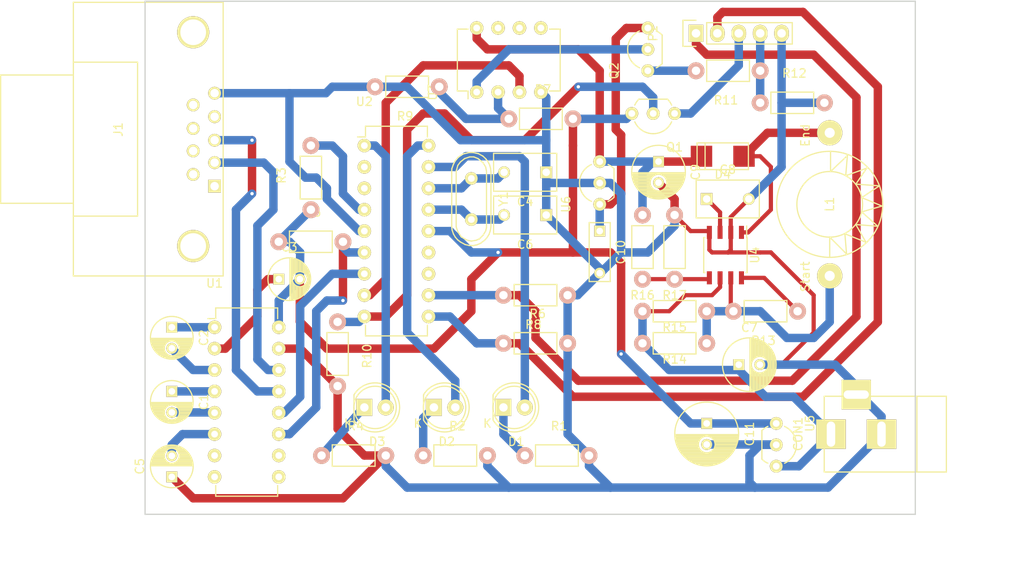
<source format=kicad_pcb>
(kicad_pcb (version 4) (host pcbnew 4.0.4-stable)

  (general
    (links 92)
    (no_connects 0)
    (area 154.864999 55.804999 246.455001 116.915001)
    (thickness 1.6)
    (drawings 9)
    (tracks 318)
    (zones 0)
    (modules 45)
    (nets 39)
  )

  (page A4)
  (layers
    (0 F.Cu signal)
    (31 B.Cu signal)
    (32 B.Adhes user)
    (33 F.Adhes user)
    (34 B.Paste user)
    (35 F.Paste user)
    (36 B.SilkS user)
    (37 F.SilkS user)
    (38 B.Mask user)
    (39 F.Mask user)
    (40 Dwgs.User user)
    (41 Cmts.User user)
    (42 Eco1.User user)
    (43 Eco2.User user)
    (44 Edge.Cuts user)
    (45 Margin user)
    (46 B.CrtYd user)
    (47 F.CrtYd user)
    (48 B.Fab user)
    (49 F.Fab user)
  )

  (setup
    (last_trace_width 1)
    (trace_clearance 0.2)
    (zone_clearance 0.508)
    (zone_45_only no)
    (trace_min 0.2)
    (segment_width 0.2)
    (edge_width 0.15)
    (via_size 0.6)
    (via_drill 0.4)
    (via_min_size 0.4)
    (via_min_drill 0.3)
    (uvia_size 0.3)
    (uvia_drill 0.1)
    (uvias_allowed no)
    (uvia_min_size 0.2)
    (uvia_min_drill 0.1)
    (pcb_text_width 0.3)
    (pcb_text_size 1.5 1.5)
    (mod_edge_width 0.15)
    (mod_text_size 1 1)
    (mod_text_width 0.15)
    (pad_size 1.524 1.524)
    (pad_drill 0.762)
    (pad_to_mask_clearance 0.2)
    (aux_axis_origin 0 0)
    (visible_elements 7FFFEFFF)
    (pcbplotparams
      (layerselection 0x00030_80000001)
      (usegerberextensions false)
      (excludeedgelayer true)
      (linewidth 0.100000)
      (plotframeref false)
      (viasonmask false)
      (mode 1)
      (useauxorigin false)
      (hpglpennumber 1)
      (hpglpenspeed 20)
      (hpglpendiameter 15)
      (hpglpenoverlay 2)
      (psnegative false)
      (psa4output false)
      (plotreference true)
      (plotvalue true)
      (plotinvisibletext false)
      (padsonsilk false)
      (subtractmaskfromsilk false)
      (outputformat 1)
      (mirror false)
      (drillshape 1)
      (scaleselection 1)
      (outputdirectory ""))
  )

  (net 0 "")
  (net 1 "Net-(C1-Pad1)")
  (net 2 "Net-(C1-Pad2)")
  (net 3 "Net-(C2-Pad1)")
  (net 4 "Net-(C2-Pad2)")
  (net 5 "Net-(C3-Pad1)")
  (net 6 +5V)
  (net 7 GNDREF)
  (net 8 "Net-(C4-Pad2)")
  (net 9 "Net-(C5-Pad2)")
  (net 10 "Net-(C6-Pad2)")
  (net 11 "Net-(C7-Pad1)")
  (net 12 "Net-(C8-Pad1)")
  (net 13 "Net-(C9-Pad1)")
  (net 14 "Net-(D1-Pad1)")
  (net 15 "Net-(D1-Pad2)")
  (net 16 "Net-(D2-Pad1)")
  (net 17 "Net-(D2-Pad2)")
  (net 18 "Net-(D3-Pad1)")
  (net 19 "Net-(D3-Pad2)")
  (net 20 "Net-(D4-Pad2)")
  (net 21 "Net-(J1-Pad2)")
  (net 22 "Net-(J1-Pad3)")
  (net 23 "Net-(L1-Pad1)")
  (net 24 "Net-(P1-Pad1)")
  (net 25 "Net-(P1-Pad2)")
  (net 26 "Net-(P1-Pad3)")
  (net 27 "Net-(P1-Pad4)")
  (net 28 "Net-(Q1-Pad2)")
  (net 29 "Net-(Q2-Pad2)")
  (net 30 "Net-(Q2-Pad1)")
  (net 31 "Net-(R3-Pad2)")
  (net 32 "Net-(R5-Pad2)")
  (net 33 "Net-(R7-Pad1)")
  (net 34 "Net-(R13-Pad1)")
  (net 35 "Net-(R16-Pad2)")
  (net 36 "Net-(U1-Pad12)")
  (net 37 "Net-(U2-Pad8)")
  (net 38 +12V)

  (net_class Default "Это класс цепей по умолчанию."
    (clearance 0.2)
    (trace_width 1)
    (via_dia 0.6)
    (via_drill 0.4)
    (uvia_dia 0.3)
    (uvia_drill 0.1)
    (add_net +12V)
    (add_net +5V)
    (add_net GNDREF)
    (add_net "Net-(C1-Pad1)")
    (add_net "Net-(C1-Pad2)")
    (add_net "Net-(C2-Pad1)")
    (add_net "Net-(C2-Pad2)")
    (add_net "Net-(C3-Pad1)")
    (add_net "Net-(C4-Pad2)")
    (add_net "Net-(C5-Pad2)")
    (add_net "Net-(C6-Pad2)")
    (add_net "Net-(C7-Pad1)")
    (add_net "Net-(C8-Pad1)")
    (add_net "Net-(C9-Pad1)")
    (add_net "Net-(D1-Pad1)")
    (add_net "Net-(D1-Pad2)")
    (add_net "Net-(D2-Pad1)")
    (add_net "Net-(D2-Pad2)")
    (add_net "Net-(D3-Pad1)")
    (add_net "Net-(D3-Pad2)")
    (add_net "Net-(D4-Pad2)")
    (add_net "Net-(J1-Pad2)")
    (add_net "Net-(J1-Pad3)")
    (add_net "Net-(L1-Pad1)")
    (add_net "Net-(P1-Pad1)")
    (add_net "Net-(P1-Pad2)")
    (add_net "Net-(P1-Pad3)")
    (add_net "Net-(P1-Pad4)")
    (add_net "Net-(Q1-Pad2)")
    (add_net "Net-(Q2-Pad1)")
    (add_net "Net-(Q2-Pad2)")
    (add_net "Net-(R13-Pad1)")
    (add_net "Net-(R16-Pad2)")
    (add_net "Net-(R3-Pad2)")
    (add_net "Net-(R5-Pad2)")
    (add_net "Net-(R7-Pad1)")
    (add_net "Net-(U1-Pad12)")
    (add_net "Net-(U2-Pad8)")
  )

  (module Capacitors_ThroughHole:C_Radial_D5_L6_P2.5 (layer F.Cu) (tedit 0) (tstamp 5800A2A4)
    (at 158.115 102.235 270)
    (descr "Radial Electrolytic Capacitor Diameter 5mm x Length 6mm, Pitch 2.5mm")
    (tags "Electrolytic Capacitor")
    (path /57DF1C5A)
    (fp_text reference C1 (at 1.25 -3.8 270) (layer F.SilkS)
      (effects (font (size 1 1) (thickness 0.15)))
    )
    (fp_text value 10,0 (at 1.25 3.8 270) (layer F.Fab)
      (effects (font (size 1 1) (thickness 0.15)))
    )
    (fp_line (start 1.325 -2.499) (end 1.325 2.499) (layer F.SilkS) (width 0.15))
    (fp_line (start 1.465 -2.491) (end 1.465 2.491) (layer F.SilkS) (width 0.15))
    (fp_line (start 1.605 -2.475) (end 1.605 -0.095) (layer F.SilkS) (width 0.15))
    (fp_line (start 1.605 0.095) (end 1.605 2.475) (layer F.SilkS) (width 0.15))
    (fp_line (start 1.745 -2.451) (end 1.745 -0.49) (layer F.SilkS) (width 0.15))
    (fp_line (start 1.745 0.49) (end 1.745 2.451) (layer F.SilkS) (width 0.15))
    (fp_line (start 1.885 -2.418) (end 1.885 -0.657) (layer F.SilkS) (width 0.15))
    (fp_line (start 1.885 0.657) (end 1.885 2.418) (layer F.SilkS) (width 0.15))
    (fp_line (start 2.025 -2.377) (end 2.025 -0.764) (layer F.SilkS) (width 0.15))
    (fp_line (start 2.025 0.764) (end 2.025 2.377) (layer F.SilkS) (width 0.15))
    (fp_line (start 2.165 -2.327) (end 2.165 -0.835) (layer F.SilkS) (width 0.15))
    (fp_line (start 2.165 0.835) (end 2.165 2.327) (layer F.SilkS) (width 0.15))
    (fp_line (start 2.305 -2.266) (end 2.305 -0.879) (layer F.SilkS) (width 0.15))
    (fp_line (start 2.305 0.879) (end 2.305 2.266) (layer F.SilkS) (width 0.15))
    (fp_line (start 2.445 -2.196) (end 2.445 -0.898) (layer F.SilkS) (width 0.15))
    (fp_line (start 2.445 0.898) (end 2.445 2.196) (layer F.SilkS) (width 0.15))
    (fp_line (start 2.585 -2.114) (end 2.585 -0.896) (layer F.SilkS) (width 0.15))
    (fp_line (start 2.585 0.896) (end 2.585 2.114) (layer F.SilkS) (width 0.15))
    (fp_line (start 2.725 -2.019) (end 2.725 -0.871) (layer F.SilkS) (width 0.15))
    (fp_line (start 2.725 0.871) (end 2.725 2.019) (layer F.SilkS) (width 0.15))
    (fp_line (start 2.865 -1.908) (end 2.865 -0.823) (layer F.SilkS) (width 0.15))
    (fp_line (start 2.865 0.823) (end 2.865 1.908) (layer F.SilkS) (width 0.15))
    (fp_line (start 3.005 -1.78) (end 3.005 -0.745) (layer F.SilkS) (width 0.15))
    (fp_line (start 3.005 0.745) (end 3.005 1.78) (layer F.SilkS) (width 0.15))
    (fp_line (start 3.145 -1.631) (end 3.145 -0.628) (layer F.SilkS) (width 0.15))
    (fp_line (start 3.145 0.628) (end 3.145 1.631) (layer F.SilkS) (width 0.15))
    (fp_line (start 3.285 -1.452) (end 3.285 -0.44) (layer F.SilkS) (width 0.15))
    (fp_line (start 3.285 0.44) (end 3.285 1.452) (layer F.SilkS) (width 0.15))
    (fp_line (start 3.425 -1.233) (end 3.425 1.233) (layer F.SilkS) (width 0.15))
    (fp_line (start 3.565 -0.944) (end 3.565 0.944) (layer F.SilkS) (width 0.15))
    (fp_line (start 3.705 -0.472) (end 3.705 0.472) (layer F.SilkS) (width 0.15))
    (fp_circle (center 2.5 0) (end 2.5 -0.9) (layer F.SilkS) (width 0.15))
    (fp_circle (center 1.25 0) (end 1.25 -2.5375) (layer F.SilkS) (width 0.15))
    (fp_circle (center 1.25 0) (end 1.25 -2.8) (layer F.CrtYd) (width 0.05))
    (pad 1 thru_hole rect (at 0 0 270) (size 1.3 1.3) (drill 0.8) (layers *.Cu *.Mask F.SilkS)
      (net 1 "Net-(C1-Pad1)"))
    (pad 2 thru_hole circle (at 2.5 0 270) (size 1.3 1.3) (drill 0.8) (layers *.Cu *.Mask F.SilkS)
      (net 2 "Net-(C1-Pad2)"))
    (model Capacitors_ThroughHole.3dshapes/C_Radial_D5_L6_P2.5.wrl
      (at (xyz 0.0492126 0 0))
      (scale (xyz 1 1 1))
      (rotate (xyz 0 0 90))
    )
  )

  (module Capacitors_ThroughHole:C_Radial_D5_L6_P2.5 (layer F.Cu) (tedit 0) (tstamp 5800A2CC)
    (at 158.115 94.615 270)
    (descr "Radial Electrolytic Capacitor Diameter 5mm x Length 6mm, Pitch 2.5mm")
    (tags "Electrolytic Capacitor")
    (path /57DF1936)
    (fp_text reference C2 (at 1.25 -3.8 270) (layer F.SilkS)
      (effects (font (size 1 1) (thickness 0.15)))
    )
    (fp_text value 10,0 (at 1.25 3.8 270) (layer F.Fab)
      (effects (font (size 1 1) (thickness 0.15)))
    )
    (fp_line (start 1.325 -2.499) (end 1.325 2.499) (layer F.SilkS) (width 0.15))
    (fp_line (start 1.465 -2.491) (end 1.465 2.491) (layer F.SilkS) (width 0.15))
    (fp_line (start 1.605 -2.475) (end 1.605 -0.095) (layer F.SilkS) (width 0.15))
    (fp_line (start 1.605 0.095) (end 1.605 2.475) (layer F.SilkS) (width 0.15))
    (fp_line (start 1.745 -2.451) (end 1.745 -0.49) (layer F.SilkS) (width 0.15))
    (fp_line (start 1.745 0.49) (end 1.745 2.451) (layer F.SilkS) (width 0.15))
    (fp_line (start 1.885 -2.418) (end 1.885 -0.657) (layer F.SilkS) (width 0.15))
    (fp_line (start 1.885 0.657) (end 1.885 2.418) (layer F.SilkS) (width 0.15))
    (fp_line (start 2.025 -2.377) (end 2.025 -0.764) (layer F.SilkS) (width 0.15))
    (fp_line (start 2.025 0.764) (end 2.025 2.377) (layer F.SilkS) (width 0.15))
    (fp_line (start 2.165 -2.327) (end 2.165 -0.835) (layer F.SilkS) (width 0.15))
    (fp_line (start 2.165 0.835) (end 2.165 2.327) (layer F.SilkS) (width 0.15))
    (fp_line (start 2.305 -2.266) (end 2.305 -0.879) (layer F.SilkS) (width 0.15))
    (fp_line (start 2.305 0.879) (end 2.305 2.266) (layer F.SilkS) (width 0.15))
    (fp_line (start 2.445 -2.196) (end 2.445 -0.898) (layer F.SilkS) (width 0.15))
    (fp_line (start 2.445 0.898) (end 2.445 2.196) (layer F.SilkS) (width 0.15))
    (fp_line (start 2.585 -2.114) (end 2.585 -0.896) (layer F.SilkS) (width 0.15))
    (fp_line (start 2.585 0.896) (end 2.585 2.114) (layer F.SilkS) (width 0.15))
    (fp_line (start 2.725 -2.019) (end 2.725 -0.871) (layer F.SilkS) (width 0.15))
    (fp_line (start 2.725 0.871) (end 2.725 2.019) (layer F.SilkS) (width 0.15))
    (fp_line (start 2.865 -1.908) (end 2.865 -0.823) (layer F.SilkS) (width 0.15))
    (fp_line (start 2.865 0.823) (end 2.865 1.908) (layer F.SilkS) (width 0.15))
    (fp_line (start 3.005 -1.78) (end 3.005 -0.745) (layer F.SilkS) (width 0.15))
    (fp_line (start 3.005 0.745) (end 3.005 1.78) (layer F.SilkS) (width 0.15))
    (fp_line (start 3.145 -1.631) (end 3.145 -0.628) (layer F.SilkS) (width 0.15))
    (fp_line (start 3.145 0.628) (end 3.145 1.631) (layer F.SilkS) (width 0.15))
    (fp_line (start 3.285 -1.452) (end 3.285 -0.44) (layer F.SilkS) (width 0.15))
    (fp_line (start 3.285 0.44) (end 3.285 1.452) (layer F.SilkS) (width 0.15))
    (fp_line (start 3.425 -1.233) (end 3.425 1.233) (layer F.SilkS) (width 0.15))
    (fp_line (start 3.565 -0.944) (end 3.565 0.944) (layer F.SilkS) (width 0.15))
    (fp_line (start 3.705 -0.472) (end 3.705 0.472) (layer F.SilkS) (width 0.15))
    (fp_circle (center 2.5 0) (end 2.5 -0.9) (layer F.SilkS) (width 0.15))
    (fp_circle (center 1.25 0) (end 1.25 -2.5375) (layer F.SilkS) (width 0.15))
    (fp_circle (center 1.25 0) (end 1.25 -2.8) (layer F.CrtYd) (width 0.05))
    (pad 1 thru_hole rect (at 0 0 270) (size 1.3 1.3) (drill 0.8) (layers *.Cu *.Mask F.SilkS)
      (net 3 "Net-(C2-Pad1)"))
    (pad 2 thru_hole circle (at 2.5 0 270) (size 1.3 1.3) (drill 0.8) (layers *.Cu *.Mask F.SilkS)
      (net 4 "Net-(C2-Pad2)"))
    (model Capacitors_ThroughHole.3dshapes/C_Radial_D5_L6_P2.5.wrl
      (at (xyz 0.0492126 0 0))
      (scale (xyz 1 1 1))
      (rotate (xyz 0 0 90))
    )
  )

  (module Capacitors_ThroughHole:C_Radial_D5_L6_P2.5 (layer F.Cu) (tedit 0) (tstamp 5800A2F4)
    (at 170.815 88.9)
    (descr "Radial Electrolytic Capacitor Diameter 5mm x Length 6mm, Pitch 2.5mm")
    (tags "Electrolytic Capacitor")
    (path /57DF2C54)
    (fp_text reference C3 (at 1.25 -3.8) (layer F.SilkS)
      (effects (font (size 1 1) (thickness 0.15)))
    )
    (fp_text value 10,0 (at 1.25 3.8) (layer F.Fab)
      (effects (font (size 1 1) (thickness 0.15)))
    )
    (fp_line (start 1.325 -2.499) (end 1.325 2.499) (layer F.SilkS) (width 0.15))
    (fp_line (start 1.465 -2.491) (end 1.465 2.491) (layer F.SilkS) (width 0.15))
    (fp_line (start 1.605 -2.475) (end 1.605 -0.095) (layer F.SilkS) (width 0.15))
    (fp_line (start 1.605 0.095) (end 1.605 2.475) (layer F.SilkS) (width 0.15))
    (fp_line (start 1.745 -2.451) (end 1.745 -0.49) (layer F.SilkS) (width 0.15))
    (fp_line (start 1.745 0.49) (end 1.745 2.451) (layer F.SilkS) (width 0.15))
    (fp_line (start 1.885 -2.418) (end 1.885 -0.657) (layer F.SilkS) (width 0.15))
    (fp_line (start 1.885 0.657) (end 1.885 2.418) (layer F.SilkS) (width 0.15))
    (fp_line (start 2.025 -2.377) (end 2.025 -0.764) (layer F.SilkS) (width 0.15))
    (fp_line (start 2.025 0.764) (end 2.025 2.377) (layer F.SilkS) (width 0.15))
    (fp_line (start 2.165 -2.327) (end 2.165 -0.835) (layer F.SilkS) (width 0.15))
    (fp_line (start 2.165 0.835) (end 2.165 2.327) (layer F.SilkS) (width 0.15))
    (fp_line (start 2.305 -2.266) (end 2.305 -0.879) (layer F.SilkS) (width 0.15))
    (fp_line (start 2.305 0.879) (end 2.305 2.266) (layer F.SilkS) (width 0.15))
    (fp_line (start 2.445 -2.196) (end 2.445 -0.898) (layer F.SilkS) (width 0.15))
    (fp_line (start 2.445 0.898) (end 2.445 2.196) (layer F.SilkS) (width 0.15))
    (fp_line (start 2.585 -2.114) (end 2.585 -0.896) (layer F.SilkS) (width 0.15))
    (fp_line (start 2.585 0.896) (end 2.585 2.114) (layer F.SilkS) (width 0.15))
    (fp_line (start 2.725 -2.019) (end 2.725 -0.871) (layer F.SilkS) (width 0.15))
    (fp_line (start 2.725 0.871) (end 2.725 2.019) (layer F.SilkS) (width 0.15))
    (fp_line (start 2.865 -1.908) (end 2.865 -0.823) (layer F.SilkS) (width 0.15))
    (fp_line (start 2.865 0.823) (end 2.865 1.908) (layer F.SilkS) (width 0.15))
    (fp_line (start 3.005 -1.78) (end 3.005 -0.745) (layer F.SilkS) (width 0.15))
    (fp_line (start 3.005 0.745) (end 3.005 1.78) (layer F.SilkS) (width 0.15))
    (fp_line (start 3.145 -1.631) (end 3.145 -0.628) (layer F.SilkS) (width 0.15))
    (fp_line (start 3.145 0.628) (end 3.145 1.631) (layer F.SilkS) (width 0.15))
    (fp_line (start 3.285 -1.452) (end 3.285 -0.44) (layer F.SilkS) (width 0.15))
    (fp_line (start 3.285 0.44) (end 3.285 1.452) (layer F.SilkS) (width 0.15))
    (fp_line (start 3.425 -1.233) (end 3.425 1.233) (layer F.SilkS) (width 0.15))
    (fp_line (start 3.565 -0.944) (end 3.565 0.944) (layer F.SilkS) (width 0.15))
    (fp_line (start 3.705 -0.472) (end 3.705 0.472) (layer F.SilkS) (width 0.15))
    (fp_circle (center 2.5 0) (end 2.5 -0.9) (layer F.SilkS) (width 0.15))
    (fp_circle (center 1.25 0) (end 1.25 -2.5375) (layer F.SilkS) (width 0.15))
    (fp_circle (center 1.25 0) (end 1.25 -2.8) (layer F.CrtYd) (width 0.05))
    (pad 1 thru_hole rect (at 0 0) (size 1.3 1.3) (drill 0.8) (layers *.Cu *.Mask F.SilkS)
      (net 5 "Net-(C3-Pad1)"))
    (pad 2 thru_hole circle (at 2.5 0) (size 1.3 1.3) (drill 0.8) (layers *.Cu *.Mask F.SilkS)
      (net 6 +5V))
    (model Capacitors_ThroughHole.3dshapes/C_Radial_D5_L6_P2.5.wrl
      (at (xyz 0.0492126 0 0))
      (scale (xyz 1 1 1))
      (rotate (xyz 0 0 90))
    )
  )

  (module Capacitors_ThroughHole:C_Disc_D7.5_P5 (layer F.Cu) (tedit 0) (tstamp 5800A302)
    (at 202.565 76.2 180)
    (descr "Capacitor 7.5mm Disc, Pitch 5mm")
    (tags Capacitor)
    (path /57E0BFB7)
    (fp_text reference C4 (at 2.5 -3.5 180) (layer F.SilkS)
      (effects (font (size 1 1) (thickness 0.15)))
    )
    (fp_text value 27 (at 2.5 3.5 180) (layer F.Fab)
      (effects (font (size 1 1) (thickness 0.15)))
    )
    (fp_line (start -1.5 -2.5) (end 6.5 -2.5) (layer F.CrtYd) (width 0.05))
    (fp_line (start 6.5 -2.5) (end 6.5 2.5) (layer F.CrtYd) (width 0.05))
    (fp_line (start 6.5 2.5) (end -1.5 2.5) (layer F.CrtYd) (width 0.05))
    (fp_line (start -1.5 2.5) (end -1.5 -2.5) (layer F.CrtYd) (width 0.05))
    (fp_line (start -1.25 -2.25) (end 6.25 -2.25) (layer F.SilkS) (width 0.15))
    (fp_line (start 6.25 -2.25) (end 6.25 2.25) (layer F.SilkS) (width 0.15))
    (fp_line (start 6.25 2.25) (end -1.25 2.25) (layer F.SilkS) (width 0.15))
    (fp_line (start -1.25 2.25) (end -1.25 -2.25) (layer F.SilkS) (width 0.15))
    (pad 1 thru_hole rect (at 0 0 180) (size 1.4 1.4) (drill 0.9) (layers *.Cu *.Mask F.SilkS)
      (net 7 GNDREF))
    (pad 2 thru_hole circle (at 5 0 180) (size 1.4 1.4) (drill 0.9) (layers *.Cu *.Mask F.SilkS)
      (net 8 "Net-(C4-Pad2)"))
    (model Capacitors_ThroughHole.3dshapes/C_Disc_D7.5_P5.wrl
      (at (xyz 0.0984252 0 0))
      (scale (xyz 1 1 1))
      (rotate (xyz 0 0 0))
    )
  )

  (module Capacitors_ThroughHole:C_Radial_D5_L6_P2.5 (layer F.Cu) (tedit 0) (tstamp 5800A32A)
    (at 158.115 112.395 90)
    (descr "Radial Electrolytic Capacitor Diameter 5mm x Length 6mm, Pitch 2.5mm")
    (tags "Electrolytic Capacitor")
    (path /57DF1D21)
    (fp_text reference C5 (at 1.25 -3.8 90) (layer F.SilkS)
      (effects (font (size 1 1) (thickness 0.15)))
    )
    (fp_text value 10,0 (at 1.25 3.8 90) (layer F.Fab)
      (effects (font (size 1 1) (thickness 0.15)))
    )
    (fp_line (start 1.325 -2.499) (end 1.325 2.499) (layer F.SilkS) (width 0.15))
    (fp_line (start 1.465 -2.491) (end 1.465 2.491) (layer F.SilkS) (width 0.15))
    (fp_line (start 1.605 -2.475) (end 1.605 -0.095) (layer F.SilkS) (width 0.15))
    (fp_line (start 1.605 0.095) (end 1.605 2.475) (layer F.SilkS) (width 0.15))
    (fp_line (start 1.745 -2.451) (end 1.745 -0.49) (layer F.SilkS) (width 0.15))
    (fp_line (start 1.745 0.49) (end 1.745 2.451) (layer F.SilkS) (width 0.15))
    (fp_line (start 1.885 -2.418) (end 1.885 -0.657) (layer F.SilkS) (width 0.15))
    (fp_line (start 1.885 0.657) (end 1.885 2.418) (layer F.SilkS) (width 0.15))
    (fp_line (start 2.025 -2.377) (end 2.025 -0.764) (layer F.SilkS) (width 0.15))
    (fp_line (start 2.025 0.764) (end 2.025 2.377) (layer F.SilkS) (width 0.15))
    (fp_line (start 2.165 -2.327) (end 2.165 -0.835) (layer F.SilkS) (width 0.15))
    (fp_line (start 2.165 0.835) (end 2.165 2.327) (layer F.SilkS) (width 0.15))
    (fp_line (start 2.305 -2.266) (end 2.305 -0.879) (layer F.SilkS) (width 0.15))
    (fp_line (start 2.305 0.879) (end 2.305 2.266) (layer F.SilkS) (width 0.15))
    (fp_line (start 2.445 -2.196) (end 2.445 -0.898) (layer F.SilkS) (width 0.15))
    (fp_line (start 2.445 0.898) (end 2.445 2.196) (layer F.SilkS) (width 0.15))
    (fp_line (start 2.585 -2.114) (end 2.585 -0.896) (layer F.SilkS) (width 0.15))
    (fp_line (start 2.585 0.896) (end 2.585 2.114) (layer F.SilkS) (width 0.15))
    (fp_line (start 2.725 -2.019) (end 2.725 -0.871) (layer F.SilkS) (width 0.15))
    (fp_line (start 2.725 0.871) (end 2.725 2.019) (layer F.SilkS) (width 0.15))
    (fp_line (start 2.865 -1.908) (end 2.865 -0.823) (layer F.SilkS) (width 0.15))
    (fp_line (start 2.865 0.823) (end 2.865 1.908) (layer F.SilkS) (width 0.15))
    (fp_line (start 3.005 -1.78) (end 3.005 -0.745) (layer F.SilkS) (width 0.15))
    (fp_line (start 3.005 0.745) (end 3.005 1.78) (layer F.SilkS) (width 0.15))
    (fp_line (start 3.145 -1.631) (end 3.145 -0.628) (layer F.SilkS) (width 0.15))
    (fp_line (start 3.145 0.628) (end 3.145 1.631) (layer F.SilkS) (width 0.15))
    (fp_line (start 3.285 -1.452) (end 3.285 -0.44) (layer F.SilkS) (width 0.15))
    (fp_line (start 3.285 0.44) (end 3.285 1.452) (layer F.SilkS) (width 0.15))
    (fp_line (start 3.425 -1.233) (end 3.425 1.233) (layer F.SilkS) (width 0.15))
    (fp_line (start 3.565 -0.944) (end 3.565 0.944) (layer F.SilkS) (width 0.15))
    (fp_line (start 3.705 -0.472) (end 3.705 0.472) (layer F.SilkS) (width 0.15))
    (fp_circle (center 2.5 0) (end 2.5 -0.9) (layer F.SilkS) (width 0.15))
    (fp_circle (center 1.25 0) (end 1.25 -2.5375) (layer F.SilkS) (width 0.15))
    (fp_circle (center 1.25 0) (end 1.25 -2.8) (layer F.CrtYd) (width 0.05))
    (pad 1 thru_hole rect (at 0 0 90) (size 1.3 1.3) (drill 0.8) (layers *.Cu *.Mask F.SilkS)
      (net 7 GNDREF))
    (pad 2 thru_hole circle (at 2.5 0 90) (size 1.3 1.3) (drill 0.8) (layers *.Cu *.Mask F.SilkS)
      (net 9 "Net-(C5-Pad2)"))
    (model Capacitors_ThroughHole.3dshapes/C_Radial_D5_L6_P2.5.wrl
      (at (xyz 0.0492126 0 0))
      (scale (xyz 1 1 1))
      (rotate (xyz 0 0 90))
    )
  )

  (module Capacitors_ThroughHole:C_Disc_D7.5_P5 (layer F.Cu) (tedit 0) (tstamp 5800A338)
    (at 202.565 81.28 180)
    (descr "Capacitor 7.5mm Disc, Pitch 5mm")
    (tags Capacitor)
    (path /57E0BF4E)
    (fp_text reference C6 (at 2.5 -3.5 180) (layer F.SilkS)
      (effects (font (size 1 1) (thickness 0.15)))
    )
    (fp_text value 27 (at 2.5 3.5 180) (layer F.Fab)
      (effects (font (size 1 1) (thickness 0.15)))
    )
    (fp_line (start -1.5 -2.5) (end 6.5 -2.5) (layer F.CrtYd) (width 0.05))
    (fp_line (start 6.5 -2.5) (end 6.5 2.5) (layer F.CrtYd) (width 0.05))
    (fp_line (start 6.5 2.5) (end -1.5 2.5) (layer F.CrtYd) (width 0.05))
    (fp_line (start -1.5 2.5) (end -1.5 -2.5) (layer F.CrtYd) (width 0.05))
    (fp_line (start -1.25 -2.25) (end 6.25 -2.25) (layer F.SilkS) (width 0.15))
    (fp_line (start 6.25 -2.25) (end 6.25 2.25) (layer F.SilkS) (width 0.15))
    (fp_line (start 6.25 2.25) (end -1.25 2.25) (layer F.SilkS) (width 0.15))
    (fp_line (start -1.25 2.25) (end -1.25 -2.25) (layer F.SilkS) (width 0.15))
    (pad 1 thru_hole rect (at 0 0 180) (size 1.4 1.4) (drill 0.9) (layers *.Cu *.Mask F.SilkS)
      (net 7 GNDREF))
    (pad 2 thru_hole circle (at 5 0 180) (size 1.4 1.4) (drill 0.9) (layers *.Cu *.Mask F.SilkS)
      (net 10 "Net-(C6-Pad2)"))
    (model Capacitors_ThroughHole.3dshapes/C_Disc_D7.5_P5.wrl
      (at (xyz 0.0984252 0 0))
      (scale (xyz 1 1 1))
      (rotate (xyz 0 0 0))
    )
  )

  (module Capacitors_ThroughHole:C_Disc_D7.5_P5 (layer F.Cu) (tedit 0) (tstamp 5800A36E)
    (at 221.615 79.375)
    (descr "Capacitor 7.5mm Disc, Pitch 5mm")
    (tags Capacitor)
    (path /5800E8A8)
    (fp_text reference C8 (at 2.5 -3.5) (layer F.SilkS)
      (effects (font (size 1 1) (thickness 0.15)))
    )
    (fp_text value 170 (at 2.5 3.5) (layer F.Fab)
      (effects (font (size 1 1) (thickness 0.15)))
    )
    (fp_line (start -1.5 -2.5) (end 6.5 -2.5) (layer F.CrtYd) (width 0.05))
    (fp_line (start 6.5 -2.5) (end 6.5 2.5) (layer F.CrtYd) (width 0.05))
    (fp_line (start 6.5 2.5) (end -1.5 2.5) (layer F.CrtYd) (width 0.05))
    (fp_line (start -1.5 2.5) (end -1.5 -2.5) (layer F.CrtYd) (width 0.05))
    (fp_line (start -1.25 -2.25) (end 6.25 -2.25) (layer F.SilkS) (width 0.15))
    (fp_line (start 6.25 -2.25) (end 6.25 2.25) (layer F.SilkS) (width 0.15))
    (fp_line (start 6.25 2.25) (end -1.25 2.25) (layer F.SilkS) (width 0.15))
    (fp_line (start -1.25 2.25) (end -1.25 -2.25) (layer F.SilkS) (width 0.15))
    (pad 1 thru_hole rect (at 0 0) (size 1.4 1.4) (drill 0.9) (layers *.Cu *.Mask F.SilkS)
      (net 12 "Net-(C8-Pad1)"))
    (pad 2 thru_hole circle (at 5 0) (size 1.4 1.4) (drill 0.9) (layers *.Cu *.Mask F.SilkS)
      (net 7 GNDREF))
    (model Capacitors_ThroughHole.3dshapes/C_Disc_D7.5_P5.wrl
      (at (xyz 0.0984252 0 0))
      (scale (xyz 1 1 1))
      (rotate (xyz 0 0 0))
    )
  )

  (module Capacitors_ThroughHole:C_Rect_L7_W2.5_P5 (layer F.Cu) (tedit 0) (tstamp 5800A3A4)
    (at 208.915 83.185 270)
    (descr "Film Capacitor Length 7mm x Width 2.5mm, Pitch 5mm")
    (tags Capacitor)
    (path /5801621D)
    (fp_text reference C10 (at 2.5 -2.5 270) (layer F.SilkS)
      (effects (font (size 1 1) (thickness 0.15)))
    )
    (fp_text value 0,1uF (at 2.5 2.5 270) (layer F.Fab)
      (effects (font (size 1 1) (thickness 0.15)))
    )
    (fp_line (start -1.25 -1.5) (end 6.25 -1.5) (layer F.CrtYd) (width 0.05))
    (fp_line (start 6.25 -1.5) (end 6.25 1.5) (layer F.CrtYd) (width 0.05))
    (fp_line (start 6.25 1.5) (end -1.25 1.5) (layer F.CrtYd) (width 0.05))
    (fp_line (start -1.25 1.5) (end -1.25 -1.5) (layer F.CrtYd) (width 0.05))
    (fp_line (start -1 -1.25) (end 6 -1.25) (layer F.SilkS) (width 0.15))
    (fp_line (start 6 -1.25) (end 6 1.25) (layer F.SilkS) (width 0.15))
    (fp_line (start 6 1.25) (end -1 1.25) (layer F.SilkS) (width 0.15))
    (fp_line (start -1 1.25) (end -1 -1.25) (layer F.SilkS) (width 0.15))
    (pad 1 thru_hole rect (at 0 0 270) (size 1.3 1.3) (drill 0.8) (layers *.Cu *.Mask F.SilkS)
      (net 38 +12V))
    (pad 2 thru_hole circle (at 5 0 270) (size 1.3 1.3) (drill 0.8) (layers *.Cu *.Mask F.SilkS)
      (net 7 GNDREF))
  )

  (module Capacitors_ThroughHole:C_Radial_D7.5_L11.2_P2.5 (layer F.Cu) (tedit 0) (tstamp 5800A3D6)
    (at 221.615 106.045 270)
    (descr "Radial Electrolytic Capacitor Diameter 7.5mm x Length 11.2mm, Pitch 2.5mm")
    (tags "Electrolytic Capacitor")
    (path /57E01A11)
    (fp_text reference C11 (at 1.25 -5.1 270) (layer F.SilkS)
      (effects (font (size 1 1) (thickness 0.15)))
    )
    (fp_text value 220,0 (at 1.25 5.1 270) (layer F.Fab)
      (effects (font (size 1 1) (thickness 0.15)))
    )
    (fp_line (start 1.325 -3.749) (end 1.325 3.749) (layer F.SilkS) (width 0.15))
    (fp_line (start 1.465 -3.744) (end 1.465 3.744) (layer F.SilkS) (width 0.15))
    (fp_line (start 1.605 -3.733) (end 1.605 -0.446) (layer F.SilkS) (width 0.15))
    (fp_line (start 1.605 0.446) (end 1.605 3.733) (layer F.SilkS) (width 0.15))
    (fp_line (start 1.745 -3.717) (end 1.745 -0.656) (layer F.SilkS) (width 0.15))
    (fp_line (start 1.745 0.656) (end 1.745 3.717) (layer F.SilkS) (width 0.15))
    (fp_line (start 1.885 -3.696) (end 1.885 -0.789) (layer F.SilkS) (width 0.15))
    (fp_line (start 1.885 0.789) (end 1.885 3.696) (layer F.SilkS) (width 0.15))
    (fp_line (start 2.025 -3.669) (end 2.025 -0.88) (layer F.SilkS) (width 0.15))
    (fp_line (start 2.025 0.88) (end 2.025 3.669) (layer F.SilkS) (width 0.15))
    (fp_line (start 2.165 -3.637) (end 2.165 -0.942) (layer F.SilkS) (width 0.15))
    (fp_line (start 2.165 0.942) (end 2.165 3.637) (layer F.SilkS) (width 0.15))
    (fp_line (start 2.305 -3.599) (end 2.305 -0.981) (layer F.SilkS) (width 0.15))
    (fp_line (start 2.305 0.981) (end 2.305 3.599) (layer F.SilkS) (width 0.15))
    (fp_line (start 2.445 -3.555) (end 2.445 -0.998) (layer F.SilkS) (width 0.15))
    (fp_line (start 2.445 0.998) (end 2.445 3.555) (layer F.SilkS) (width 0.15))
    (fp_line (start 2.585 -3.504) (end 2.585 -0.996) (layer F.SilkS) (width 0.15))
    (fp_line (start 2.585 0.996) (end 2.585 3.504) (layer F.SilkS) (width 0.15))
    (fp_line (start 2.725 -3.448) (end 2.725 -0.974) (layer F.SilkS) (width 0.15))
    (fp_line (start 2.725 0.974) (end 2.725 3.448) (layer F.SilkS) (width 0.15))
    (fp_line (start 2.865 -3.384) (end 2.865 -0.931) (layer F.SilkS) (width 0.15))
    (fp_line (start 2.865 0.931) (end 2.865 3.384) (layer F.SilkS) (width 0.15))
    (fp_line (start 3.005 -3.314) (end 3.005 -0.863) (layer F.SilkS) (width 0.15))
    (fp_line (start 3.005 0.863) (end 3.005 3.314) (layer F.SilkS) (width 0.15))
    (fp_line (start 3.145 -3.236) (end 3.145 -0.764) (layer F.SilkS) (width 0.15))
    (fp_line (start 3.145 0.764) (end 3.145 3.236) (layer F.SilkS) (width 0.15))
    (fp_line (start 3.285 -3.15) (end 3.285 -0.619) (layer F.SilkS) (width 0.15))
    (fp_line (start 3.285 0.619) (end 3.285 3.15) (layer F.SilkS) (width 0.15))
    (fp_line (start 3.425 -3.055) (end 3.425 -0.38) (layer F.SilkS) (width 0.15))
    (fp_line (start 3.425 0.38) (end 3.425 3.055) (layer F.SilkS) (width 0.15))
    (fp_line (start 3.565 -2.95) (end 3.565 2.95) (layer F.SilkS) (width 0.15))
    (fp_line (start 3.705 -2.835) (end 3.705 2.835) (layer F.SilkS) (width 0.15))
    (fp_line (start 3.845 -2.707) (end 3.845 2.707) (layer F.SilkS) (width 0.15))
    (fp_line (start 3.985 -2.566) (end 3.985 2.566) (layer F.SilkS) (width 0.15))
    (fp_line (start 4.125 -2.408) (end 4.125 2.408) (layer F.SilkS) (width 0.15))
    (fp_line (start 4.265 -2.23) (end 4.265 2.23) (layer F.SilkS) (width 0.15))
    (fp_line (start 4.405 -2.027) (end 4.405 2.027) (layer F.SilkS) (width 0.15))
    (fp_line (start 4.545 -1.79) (end 4.545 1.79) (layer F.SilkS) (width 0.15))
    (fp_line (start 4.685 -1.504) (end 4.685 1.504) (layer F.SilkS) (width 0.15))
    (fp_line (start 4.825 -1.132) (end 4.825 1.132) (layer F.SilkS) (width 0.15))
    (fp_line (start 4.965 -0.511) (end 4.965 0.511) (layer F.SilkS) (width 0.15))
    (fp_circle (center 2.5 0) (end 2.5 -1) (layer F.SilkS) (width 0.15))
    (fp_circle (center 1.25 0) (end 1.25 -3.7875) (layer F.SilkS) (width 0.15))
    (fp_circle (center 1.25 0) (end 1.25 -4.1) (layer F.CrtYd) (width 0.05))
    (pad 2 thru_hole circle (at 2.5 0 270) (size 1.3 1.3) (drill 0.8) (layers *.Cu *.Mask F.SilkS)
      (net 7 GNDREF))
    (pad 1 thru_hole rect (at 0 0 270) (size 1.3 1.3) (drill 0.8) (layers *.Cu *.Mask F.SilkS)
      (net 6 +5V))
    (model Capacitors_ThroughHole.3dshapes/C_Radial_D7.5_L11.2_P2.5.wrl
      (at (xyz 0 0 0))
      (scale (xyz 1 1 1))
      (rotate (xyz 0 0 0))
    )
  )

  (module Connect:BARREL_JACK (layer F.Cu) (tedit 0) (tstamp 5800A3E2)
    (at 242.57 107.315 180)
    (descr "DC Barrel Jack")
    (tags "Power Jack")
    (path /57DF8866)
    (fp_text reference CON1 (at 10.09904 0 270) (layer F.SilkS)
      (effects (font (size 1 1) (thickness 0.15)))
    )
    (fp_text value "BARREL JACK 9V IN" (at 0 -5.99948 180) (layer F.Fab)
      (effects (font (size 1 1) (thickness 0.15)))
    )
    (fp_line (start -4.0005 -4.50088) (end -4.0005 4.50088) (layer F.SilkS) (width 0.15))
    (fp_line (start -7.50062 -4.50088) (end -7.50062 4.50088) (layer F.SilkS) (width 0.15))
    (fp_line (start -7.50062 4.50088) (end 7.00024 4.50088) (layer F.SilkS) (width 0.15))
    (fp_line (start 7.00024 4.50088) (end 7.00024 -4.50088) (layer F.SilkS) (width 0.15))
    (fp_line (start 7.00024 -4.50088) (end -7.50062 -4.50088) (layer F.SilkS) (width 0.15))
    (pad 1 thru_hole rect (at 6.20014 0 180) (size 3.50012 3.50012) (drill oval 1.00076 2.99974) (layers *.Cu *.Mask F.SilkS)
      (net 11 "Net-(C7-Pad1)"))
    (pad 2 thru_hole rect (at 0.20066 0 180) (size 3.50012 3.50012) (drill oval 1.00076 2.99974) (layers *.Cu *.Mask F.SilkS)
      (net 7 GNDREF))
    (pad 3 thru_hole rect (at 3.2004 4.699 180) (size 3.50012 3.50012) (drill oval 2.99974 1.00076) (layers *.Cu *.Mask F.SilkS)
      (net 7 GNDREF))
  )

  (module LEDs:LED-5MM (layer F.Cu) (tedit 5570F7EA) (tstamp 5800A3EE)
    (at 197.485 104.14)
    (descr "LED 5mm round vertical")
    (tags "LED 5mm round vertical")
    (path /57E0F2F8)
    (fp_text reference D1 (at 1.524 4.064) (layer F.SilkS)
      (effects (font (size 1 1) (thickness 0.15)))
    )
    (fp_text value LED (at 1.524 -3.937) (layer F.Fab)
      (effects (font (size 1 1) (thickness 0.15)))
    )
    (fp_line (start -1.5 -1.55) (end -1.5 1.55) (layer F.CrtYd) (width 0.05))
    (fp_arc (start 1.3 0) (end -1.5 1.55) (angle -302) (layer F.CrtYd) (width 0.05))
    (fp_arc (start 1.27 0) (end -1.23 -1.5) (angle 297.5) (layer F.SilkS) (width 0.15))
    (fp_line (start -1.23 1.5) (end -1.23 -1.5) (layer F.SilkS) (width 0.15))
    (fp_circle (center 1.27 0) (end 0.97 -2.5) (layer F.SilkS) (width 0.15))
    (fp_text user K (at -1.905 1.905) (layer F.SilkS)
      (effects (font (size 1 1) (thickness 0.15)))
    )
    (pad 1 thru_hole rect (at 0 0 90) (size 2 1.9) (drill 1.00076) (layers *.Cu *.Mask F.SilkS)
      (net 14 "Net-(D1-Pad1)"))
    (pad 2 thru_hole circle (at 2.54 0) (size 1.9 1.9) (drill 1.00076) (layers *.Cu *.Mask F.SilkS)
      (net 15 "Net-(D1-Pad2)"))
    (model LEDs.3dshapes/LED-5MM.wrl
      (at (xyz 0.05 0 0))
      (scale (xyz 1 1 1))
      (rotate (xyz 0 0 90))
    )
  )

  (module LEDs:LED-5MM (layer F.Cu) (tedit 5570F7EA) (tstamp 5800A3FA)
    (at 189.23 104.14)
    (descr "LED 5mm round vertical")
    (tags "LED 5mm round vertical")
    (path /57E0F1B2)
    (fp_text reference D2 (at 1.524 4.064) (layer F.SilkS)
      (effects (font (size 1 1) (thickness 0.15)))
    )
    (fp_text value LED (at 1.524 -3.937) (layer F.Fab)
      (effects (font (size 1 1) (thickness 0.15)))
    )
    (fp_line (start -1.5 -1.55) (end -1.5 1.55) (layer F.CrtYd) (width 0.05))
    (fp_arc (start 1.3 0) (end -1.5 1.55) (angle -302) (layer F.CrtYd) (width 0.05))
    (fp_arc (start 1.27 0) (end -1.23 -1.5) (angle 297.5) (layer F.SilkS) (width 0.15))
    (fp_line (start -1.23 1.5) (end -1.23 -1.5) (layer F.SilkS) (width 0.15))
    (fp_circle (center 1.27 0) (end 0.97 -2.5) (layer F.SilkS) (width 0.15))
    (fp_text user K (at -1.905 1.905) (layer F.SilkS)
      (effects (font (size 1 1) (thickness 0.15)))
    )
    (pad 1 thru_hole rect (at 0 0 90) (size 2 1.9) (drill 1.00076) (layers *.Cu *.Mask F.SilkS)
      (net 16 "Net-(D2-Pad1)"))
    (pad 2 thru_hole circle (at 2.54 0) (size 1.9 1.9) (drill 1.00076) (layers *.Cu *.Mask F.SilkS)
      (net 17 "Net-(D2-Pad2)"))
    (model LEDs.3dshapes/LED-5MM.wrl
      (at (xyz 0.05 0 0))
      (scale (xyz 1 1 1))
      (rotate (xyz 0 0 90))
    )
  )

  (module LEDs:LED-5MM (layer F.Cu) (tedit 5570F7EA) (tstamp 5800A406)
    (at 180.975 104.14)
    (descr "LED 5mm round vertical")
    (tags "LED 5mm round vertical")
    (path /57E0F28D)
    (fp_text reference D3 (at 1.524 4.064) (layer F.SilkS)
      (effects (font (size 1 1) (thickness 0.15)))
    )
    (fp_text value LED (at 1.524 -3.937) (layer F.Fab)
      (effects (font (size 1 1) (thickness 0.15)))
    )
    (fp_line (start -1.5 -1.55) (end -1.5 1.55) (layer F.CrtYd) (width 0.05))
    (fp_arc (start 1.3 0) (end -1.5 1.55) (angle -302) (layer F.CrtYd) (width 0.05))
    (fp_arc (start 1.27 0) (end -1.23 -1.5) (angle 297.5) (layer F.SilkS) (width 0.15))
    (fp_line (start -1.23 1.5) (end -1.23 -1.5) (layer F.SilkS) (width 0.15))
    (fp_circle (center 1.27 0) (end 0.97 -2.5) (layer F.SilkS) (width 0.15))
    (fp_text user K (at -1.905 1.905) (layer F.SilkS)
      (effects (font (size 1 1) (thickness 0.15)))
    )
    (pad 1 thru_hole rect (at 0 0 90) (size 2 1.9) (drill 1.00076) (layers *.Cu *.Mask F.SilkS)
      (net 18 "Net-(D3-Pad1)"))
    (pad 2 thru_hole circle (at 2.54 0) (size 1.9 1.9) (drill 1.00076) (layers *.Cu *.Mask F.SilkS)
      (net 19 "Net-(D3-Pad2)"))
    (model LEDs.3dshapes/LED-5MM.wrl
      (at (xyz 0.05 0 0))
      (scale (xyz 1 1 1))
      (rotate (xyz 0 0 90))
    )
  )

  (module Capacitors_Tantalum_SMD:TantalC_SizeU_EIA-6032 (layer F.Cu) (tedit 0) (tstamp 5800A411)
    (at 223.52 74.295 180)
    (descr TantalC_SizeU_EIA-6032)
    (path /5800F5A6)
    (fp_text reference D4 (at 0 -2.159 180) (layer F.SilkS)
      (effects (font (size 1 1) (thickness 0.15)))
    )
    (fp_text value SS14 (at 0 2.0955 180) (layer F.Fab)
      (effects (font (size 1 1) (thickness 0.15)))
    )
    (fp_line (start 2.0955 -1.5875) (end 2.0955 1.5875) (layer F.SilkS) (width 0.15))
    (fp_line (start -3.048 -1.5875) (end -3.048 1.5875) (layer F.SilkS) (width 0.15))
    (fp_line (start -3.048 1.5875) (end 3.048 1.5875) (layer F.SilkS) (width 0.15))
    (fp_line (start 3.048 1.5875) (end 3.048 -1.5875) (layer F.SilkS) (width 0.15))
    (fp_line (start 3.048 -1.5875) (end -3.048 -1.5875) (layer F.SilkS) (width 0.15))
    (pad 1 smd rect (at 2.52476 0 180) (size 2.55016 2.49936) (layers F.Cu F.Paste F.Mask)
      (net 13 "Net-(C9-Pad1)"))
    (pad 2 smd rect (at -2.52476 0 180) (size 2.55016 2.49936) (layers F.Cu F.Paste F.Mask)
      (net 20 "Net-(D4-Pad2)"))
    (model Capacitors_Tantalum_SMD.3dshapes/TantalC_SizeU_EIA-6032.wrl
      (at (xyz 0 0 0))
      (scale (xyz 1 1 1))
      (rotate (xyz 0 0 0))
    )
  )

  (module Connect:DB9FC (layer F.Cu) (tedit 0) (tstamp 5800A42A)
    (at 161.925 72.39 90)
    (descr "Connecteur DB9 femelle couche")
    (tags "CONN DB9")
    (path /57DF0B30)
    (fp_text reference J1 (at 1.27 -10.16 90) (layer F.SilkS)
      (effects (font (size 1 1) (thickness 0.15)))
    )
    (fp_text value DB9 (at 1.27 -3.81 90) (layer F.Fab)
      (effects (font (size 1 1) (thickness 0.15)))
    )
    (fp_line (start -16.129 2.286) (end 16.383 2.286) (layer F.SilkS) (width 0.15))
    (fp_line (start 16.383 2.286) (end 16.383 -15.494) (layer F.SilkS) (width 0.15))
    (fp_line (start 16.383 -15.494) (end -16.129 -15.494) (layer F.SilkS) (width 0.15))
    (fp_line (start -16.129 -15.494) (end -16.129 2.286) (layer F.SilkS) (width 0.15))
    (fp_line (start -9.017 -15.494) (end -9.017 -7.874) (layer F.SilkS) (width 0.15))
    (fp_line (start -9.017 -7.874) (end 9.271 -7.874) (layer F.SilkS) (width 0.15))
    (fp_line (start 9.271 -7.874) (end 9.271 -15.494) (layer F.SilkS) (width 0.15))
    (fp_line (start -7.493 -15.494) (end -7.493 -24.13) (layer F.SilkS) (width 0.15))
    (fp_line (start -7.493 -24.13) (end 7.747 -24.13) (layer F.SilkS) (width 0.15))
    (fp_line (start 7.747 -24.13) (end 7.747 -15.494) (layer F.SilkS) (width 0.15))
    (pad "" thru_hole circle (at 12.827 -1.27 90) (size 3.81 3.81) (drill 3.048) (layers *.Cu *.Mask F.SilkS))
    (pad "" thru_hole circle (at -12.573 -1.27 90) (size 3.81 3.81) (drill 3.048) (layers *.Cu *.Mask F.SilkS))
    (pad 1 thru_hole rect (at -5.461 1.27 90) (size 1.524 1.524) (drill 1.016) (layers *.Cu *.Mask F.SilkS))
    (pad 2 thru_hole circle (at -2.667 1.27 90) (size 1.524 1.524) (drill 1.016) (layers *.Cu *.Mask F.SilkS)
      (net 21 "Net-(J1-Pad2)"))
    (pad 3 thru_hole circle (at 0 1.27 90) (size 1.524 1.524) (drill 1.016) (layers *.Cu *.Mask F.SilkS)
      (net 22 "Net-(J1-Pad3)"))
    (pad 4 thru_hole circle (at 2.794 1.27 90) (size 1.524 1.524) (drill 1.016) (layers *.Cu *.Mask F.SilkS))
    (pad 5 thru_hole circle (at 5.588 1.27 90) (size 1.524 1.524) (drill 1.016) (layers *.Cu *.Mask F.SilkS)
      (net 7 GNDREF))
    (pad 6 thru_hole circle (at -4.064 -1.27 90) (size 1.524 1.524) (drill 1.016) (layers *.Cu *.Mask F.SilkS))
    (pad 7 thru_hole circle (at -1.27 -1.27 90) (size 1.524 1.524) (drill 1.016) (layers *.Cu *.Mask F.SilkS))
    (pad 8 thru_hole circle (at 1.397 -1.27 90) (size 1.524 1.524) (drill 1.016) (layers *.Cu *.Mask F.SilkS))
    (pad 9 thru_hole circle (at 4.191 -1.27 90) (size 1.524 1.524) (drill 1.016) (layers *.Cu *.Mask F.SilkS))
    (model Connect.3dshapes/DB9FC.wrl
      (at (xyz 0 0 0))
      (scale (xyz 1 1 1))
      (rotate (xyz 0 0 0))
    )
  )

  (module Choke_Toroid_ThroughHole:Choke_Toroid_horizontal_Diameter12-5mm_Amidon-T44 (layer F.Cu) (tedit 0) (tstamp 5800A444)
    (at 236.22 80.01 90)
    (descr "Choke, Inductance, Toroid, horizontal, laying, Diameter 12,5mm, Amidon T44,")
    (tags "Choke, Inductance, Toroid, horizontal, laying, Diameter 12,5mm, Amidon T44,")
    (path /580116EE)
    (fp_text reference L1 (at 0 0 90) (layer F.SilkS)
      (effects (font (size 1 1) (thickness 0.15)))
    )
    (fp_text value "100 uH" (at 0 7.62 90) (layer F.Fab)
      (effects (font (size 1 1) (thickness 0.15)))
    )
    (fp_line (start -6.20014 0) (end -3.8989 0) (layer F.SilkS) (width 0.15))
    (fp_line (start -3.8989 0) (end -5.90042 1.99898) (layer F.SilkS) (width 0.15))
    (fp_line (start -5.90042 1.99898) (end -3.50012 1.80086) (layer F.SilkS) (width 0.15))
    (fp_line (start -3.50012 1.80086) (end -4.50088 4.30022) (layer F.SilkS) (width 0.15))
    (fp_line (start -4.50088 4.30022) (end -2.4003 3.0988) (layer F.SilkS) (width 0.15))
    (fp_line (start -2.4003 3.0988) (end -2.60096 5.69976) (layer F.SilkS) (width 0.15))
    (fp_line (start -2.60096 5.69976) (end -0.89916 3.79984) (layer F.SilkS) (width 0.15))
    (fp_line (start -0.89916 3.79984) (end -0.20066 6.20014) (layer F.SilkS) (width 0.15))
    (fp_line (start -0.20066 6.20014) (end 0.8001 3.79984) (layer F.SilkS) (width 0.15))
    (fp_line (start 0.8001 3.79984) (end 2.19964 5.90042) (layer F.SilkS) (width 0.15))
    (fp_line (start 2.19964 5.90042) (end 2.4003 3.0988) (layer F.SilkS) (width 0.15))
    (fp_line (start 2.4003 3.0988) (end 4.30022 4.39928) (layer F.SilkS) (width 0.15))
    (fp_line (start 4.30022 4.39928) (end 3.40106 1.89992) (layer F.SilkS) (width 0.15))
    (fp_line (start 3.40106 1.89992) (end 5.79882 2.10058) (layer F.SilkS) (width 0.15))
    (fp_line (start 5.79882 2.10058) (end 3.8989 0.09906) (layer F.SilkS) (width 0.15))
    (fp_line (start 3.8989 0.09906) (end 6.2992 0.09906) (layer F.SilkS) (width 0.15))
    (fp_circle (center 0 0) (end 3.8989 0) (layer F.SilkS) (width 0.15))
    (fp_circle (center 0 0) (end 6.2992 0) (layer F.SilkS) (width 0.15))
    (fp_text user End (at 8.19912 -2.90068 90) (layer F.SilkS)
      (effects (font (size 1 1) (thickness 0.15)))
    )
    (fp_text user Start (at -8.60044 -2.90068 90) (layer F.SilkS)
      (effects (font (size 1 1) (thickness 0.15)))
    )
    (pad 1 thru_hole circle (at -8.49884 0 90) (size 2.99974 2.99974) (drill 1.19888) (layers *.Cu *.Mask F.SilkS)
      (net 23 "Net-(L1-Pad1)"))
    (pad 2 thru_hole circle (at 8.49884 0 90) (size 2.99974 2.99974) (drill 1.19888) (layers *.Cu *.Mask F.SilkS)
      (net 20 "Net-(D4-Pad2)"))
  )

  (module Pin_Headers:Pin_Header_Straight_1x05 (layer F.Cu) (tedit 54EA0684) (tstamp 5800A458)
    (at 220.345 59.69 90)
    (descr "Through hole pin header")
    (tags "pin header")
    (path /57DF6DFB)
    (fp_text reference P1 (at 0 -5.1 90) (layer F.SilkS)
      (effects (font (size 1 1) (thickness 0.15)))
    )
    (fp_text value ICSP (at 0 -3.1 90) (layer F.Fab)
      (effects (font (size 1 1) (thickness 0.15)))
    )
    (fp_line (start -1.55 0) (end -1.55 -1.55) (layer F.SilkS) (width 0.15))
    (fp_line (start -1.55 -1.55) (end 1.55 -1.55) (layer F.SilkS) (width 0.15))
    (fp_line (start 1.55 -1.55) (end 1.55 0) (layer F.SilkS) (width 0.15))
    (fp_line (start -1.75 -1.75) (end -1.75 11.95) (layer F.CrtYd) (width 0.05))
    (fp_line (start 1.75 -1.75) (end 1.75 11.95) (layer F.CrtYd) (width 0.05))
    (fp_line (start -1.75 -1.75) (end 1.75 -1.75) (layer F.CrtYd) (width 0.05))
    (fp_line (start -1.75 11.95) (end 1.75 11.95) (layer F.CrtYd) (width 0.05))
    (fp_line (start 1.27 1.27) (end 1.27 11.43) (layer F.SilkS) (width 0.15))
    (fp_line (start 1.27 11.43) (end -1.27 11.43) (layer F.SilkS) (width 0.15))
    (fp_line (start -1.27 11.43) (end -1.27 1.27) (layer F.SilkS) (width 0.15))
    (fp_line (start 1.27 1.27) (end -1.27 1.27) (layer F.SilkS) (width 0.15))
    (pad 1 thru_hole rect (at 0 0 90) (size 2.032 1.7272) (drill 1.016) (layers *.Cu *.Mask F.SilkS)
      (net 24 "Net-(P1-Pad1)"))
    (pad 2 thru_hole oval (at 0 2.54 90) (size 2.032 1.7272) (drill 1.016) (layers *.Cu *.Mask F.SilkS)
      (net 25 "Net-(P1-Pad2)"))
    (pad 3 thru_hole oval (at 0 5.08 90) (size 2.032 1.7272) (drill 1.016) (layers *.Cu *.Mask F.SilkS)
      (net 26 "Net-(P1-Pad3)"))
    (pad 4 thru_hole oval (at 0 7.62 90) (size 2.032 1.7272) (drill 1.016) (layers *.Cu *.Mask F.SilkS)
      (net 27 "Net-(P1-Pad4)"))
    (pad 5 thru_hole oval (at 0 10.16 90) (size 2.032 1.7272) (drill 1.016) (layers *.Cu *.Mask F.SilkS)
      (net 7 GNDREF))
    (model Pin_Headers.3dshapes/Pin_Header_Straight_1x05.wrl
      (at (xyz 0 -0.2 0))
      (scale (xyz 1 1 1))
      (rotate (xyz 0 0 90))
    )
  )

  (module TO_SOT_Packages_THT:TO-92_Inline_Wide (layer F.Cu) (tedit 54F242B4) (tstamp 5800A468)
    (at 217.805 69.215 180)
    (descr "TO-92 leads in-line, wide, drill 0.8mm (see NXP sot054_po.pdf)")
    (tags "to-92 sc-43 sc-43a sot54 PA33 transistor")
    (path /57DFF153)
    (fp_text reference Q1 (at 0 -4 360) (layer F.SilkS)
      (effects (font (size 1 1) (thickness 0.15)))
    )
    (fp_text value PN2222A (at 0 3 180) (layer F.Fab)
      (effects (font (size 1 1) (thickness 0.15)))
    )
    (fp_arc (start 2.54 0) (end 0.84 1.7) (angle 20.5) (layer F.SilkS) (width 0.15))
    (fp_arc (start 2.54 0) (end 4.24 1.7) (angle -20.5) (layer F.SilkS) (width 0.15))
    (fp_line (start -1 1.95) (end -1 -2.65) (layer F.CrtYd) (width 0.05))
    (fp_line (start -1 1.95) (end 6.1 1.95) (layer F.CrtYd) (width 0.05))
    (fp_line (start 0.84 1.7) (end 4.24 1.7) (layer F.SilkS) (width 0.15))
    (fp_arc (start 2.54 0) (end 2.54 -2.4) (angle -65.55604127) (layer F.SilkS) (width 0.15))
    (fp_arc (start 2.54 0) (end 2.54 -2.4) (angle 65.55604127) (layer F.SilkS) (width 0.15))
    (fp_line (start -1 -2.65) (end 6.1 -2.65) (layer F.CrtYd) (width 0.05))
    (fp_line (start 6.1 1.95) (end 6.1 -2.65) (layer F.CrtYd) (width 0.05))
    (pad 2 thru_hole circle (at 2.54 0 270) (size 1.524 1.524) (drill 0.8) (layers *.Cu *.Mask F.SilkS)
      (net 28 "Net-(Q1-Pad2)"))
    (pad 3 thru_hole circle (at 5.08 0 270) (size 1.524 1.524) (drill 0.8) (layers *.Cu *.Mask F.SilkS)
      (net 6 +5V))
    (pad 1 thru_hole circle (at 0 0 270) (size 1.524 1.524) (drill 0.8) (layers *.Cu *.Mask F.SilkS)
      (net 26 "Net-(P1-Pad3)"))
    (model TO_SOT_Packages_THT.3dshapes/TO-92_Inline_Wide.wrl
      (at (xyz 0.1 0 0))
      (scale (xyz 1 1 1))
      (rotate (xyz 0 0 -90))
    )
  )

  (module TO_SOT_Packages_THT:TO-92_Inline_Wide (layer F.Cu) (tedit 54F242B4) (tstamp 5800A478)
    (at 214.63 64.135 90)
    (descr "TO-92 leads in-line, wide, drill 0.8mm (see NXP sot054_po.pdf)")
    (tags "to-92 sc-43 sc-43a sot54 PA33 transistor")
    (path /57DFF082)
    (fp_text reference Q2 (at 0 -4 270) (layer F.SilkS)
      (effects (font (size 1 1) (thickness 0.15)))
    )
    (fp_text value PN2222A (at 0 3 90) (layer F.Fab)
      (effects (font (size 1 1) (thickness 0.15)))
    )
    (fp_arc (start 2.54 0) (end 0.84 1.7) (angle 20.5) (layer F.SilkS) (width 0.15))
    (fp_arc (start 2.54 0) (end 4.24 1.7) (angle -20.5) (layer F.SilkS) (width 0.15))
    (fp_line (start -1 1.95) (end -1 -2.65) (layer F.CrtYd) (width 0.05))
    (fp_line (start -1 1.95) (end 6.1 1.95) (layer F.CrtYd) (width 0.05))
    (fp_line (start 0.84 1.7) (end 4.24 1.7) (layer F.SilkS) (width 0.15))
    (fp_arc (start 2.54 0) (end 2.54 -2.4) (angle -65.55604127) (layer F.SilkS) (width 0.15))
    (fp_arc (start 2.54 0) (end 2.54 -2.4) (angle 65.55604127) (layer F.SilkS) (width 0.15))
    (fp_line (start -1 -2.65) (end 6.1 -2.65) (layer F.CrtYd) (width 0.05))
    (fp_line (start 6.1 1.95) (end 6.1 -2.65) (layer F.CrtYd) (width 0.05))
    (pad 2 thru_hole circle (at 2.54 0 180) (size 1.524 1.524) (drill 0.8) (layers *.Cu *.Mask F.SilkS)
      (net 29 "Net-(Q2-Pad2)"))
    (pad 3 thru_hole circle (at 5.08 0 180) (size 1.524 1.524) (drill 0.8) (layers *.Cu *.Mask F.SilkS)
      (net 38 +12V))
    (pad 1 thru_hole circle (at 0 0 180) (size 1.524 1.524) (drill 0.8) (layers *.Cu *.Mask F.SilkS)
      (net 30 "Net-(Q2-Pad1)"))
    (model TO_SOT_Packages_THT.3dshapes/TO-92_Inline_Wide.wrl
      (at (xyz 0.1 0 0))
      (scale (xyz 1 1 1))
      (rotate (xyz 0 0 -90))
    )
  )

  (module Resistors_ThroughHole:Resistor_Horizontal_RM7mm (layer F.Cu) (tedit 569FCF07) (tstamp 5800A486)
    (at 200.025 109.855)
    (descr "Resistor, Axial,  RM 7.62mm, 1/3W,")
    (tags "Resistor Axial RM 7.62mm 1/3W R3")
    (path /57E0FAB0)
    (fp_text reference R1 (at 4.05892 -3.50012) (layer F.SilkS)
      (effects (font (size 1 1) (thickness 0.15)))
    )
    (fp_text value 1k (at 3.81 3.81) (layer F.Fab)
      (effects (font (size 1 1) (thickness 0.15)))
    )
    (fp_line (start -1.25 -1.5) (end 8.85 -1.5) (layer F.CrtYd) (width 0.05))
    (fp_line (start -1.25 1.5) (end -1.25 -1.5) (layer F.CrtYd) (width 0.05))
    (fp_line (start 8.85 -1.5) (end 8.85 1.5) (layer F.CrtYd) (width 0.05))
    (fp_line (start -1.25 1.5) (end 8.85 1.5) (layer F.CrtYd) (width 0.05))
    (fp_line (start 1.27 -1.27) (end 6.35 -1.27) (layer F.SilkS) (width 0.15))
    (fp_line (start 6.35 -1.27) (end 6.35 1.27) (layer F.SilkS) (width 0.15))
    (fp_line (start 6.35 1.27) (end 1.27 1.27) (layer F.SilkS) (width 0.15))
    (fp_line (start 1.27 1.27) (end 1.27 -1.27) (layer F.SilkS) (width 0.15))
    (pad 1 thru_hole circle (at 0 0) (size 1.99898 1.99898) (drill 1.00076) (layers *.Cu *.SilkS *.Mask)
      (net 14 "Net-(D1-Pad1)"))
    (pad 2 thru_hole circle (at 7.62 0) (size 1.99898 1.99898) (drill 1.00076) (layers *.Cu *.SilkS *.Mask)
      (net 7 GNDREF))
  )

  (module Resistors_ThroughHole:Resistor_Horizontal_RM7mm (layer F.Cu) (tedit 569FCF07) (tstamp 5800A494)
    (at 187.96 109.855)
    (descr "Resistor, Axial,  RM 7.62mm, 1/3W,")
    (tags "Resistor Axial RM 7.62mm 1/3W R3")
    (path /57E0FB75)
    (fp_text reference R2 (at 4.05892 -3.50012) (layer F.SilkS)
      (effects (font (size 1 1) (thickness 0.15)))
    )
    (fp_text value 1k (at 3.81 3.81) (layer F.Fab)
      (effects (font (size 1 1) (thickness 0.15)))
    )
    (fp_line (start -1.25 -1.5) (end 8.85 -1.5) (layer F.CrtYd) (width 0.05))
    (fp_line (start -1.25 1.5) (end -1.25 -1.5) (layer F.CrtYd) (width 0.05))
    (fp_line (start 8.85 -1.5) (end 8.85 1.5) (layer F.CrtYd) (width 0.05))
    (fp_line (start -1.25 1.5) (end 8.85 1.5) (layer F.CrtYd) (width 0.05))
    (fp_line (start 1.27 -1.27) (end 6.35 -1.27) (layer F.SilkS) (width 0.15))
    (fp_line (start 6.35 -1.27) (end 6.35 1.27) (layer F.SilkS) (width 0.15))
    (fp_line (start 6.35 1.27) (end 1.27 1.27) (layer F.SilkS) (width 0.15))
    (fp_line (start 1.27 1.27) (end 1.27 -1.27) (layer F.SilkS) (width 0.15))
    (pad 1 thru_hole circle (at 0 0) (size 1.99898 1.99898) (drill 1.00076) (layers *.Cu *.SilkS *.Mask)
      (net 16 "Net-(D2-Pad1)"))
    (pad 2 thru_hole circle (at 7.62 0) (size 1.99898 1.99898) (drill 1.00076) (layers *.Cu *.SilkS *.Mask)
      (net 7 GNDREF))
  )

  (module Resistors_ThroughHole:Resistor_Horizontal_RM7mm (layer F.Cu) (tedit 569FCF07) (tstamp 5800A4A2)
    (at 174.625 80.645 90)
    (descr "Resistor, Axial,  RM 7.62mm, 1/3W,")
    (tags "Resistor Axial RM 7.62mm 1/3W R3")
    (path /57E0B27A)
    (fp_text reference R3 (at 4.05892 -3.50012 90) (layer F.SilkS)
      (effects (font (size 1 1) (thickness 0.15)))
    )
    (fp_text value 330 (at 3.81 3.81 90) (layer F.Fab)
      (effects (font (size 1 1) (thickness 0.15)))
    )
    (fp_line (start -1.25 -1.5) (end 8.85 -1.5) (layer F.CrtYd) (width 0.05))
    (fp_line (start -1.25 1.5) (end -1.25 -1.5) (layer F.CrtYd) (width 0.05))
    (fp_line (start 8.85 -1.5) (end 8.85 1.5) (layer F.CrtYd) (width 0.05))
    (fp_line (start -1.25 1.5) (end 8.85 1.5) (layer F.CrtYd) (width 0.05))
    (fp_line (start 1.27 -1.27) (end 6.35 -1.27) (layer F.SilkS) (width 0.15))
    (fp_line (start 6.35 -1.27) (end 6.35 1.27) (layer F.SilkS) (width 0.15))
    (fp_line (start 6.35 1.27) (end 1.27 1.27) (layer F.SilkS) (width 0.15))
    (fp_line (start 1.27 1.27) (end 1.27 -1.27) (layer F.SilkS) (width 0.15))
    (pad 1 thru_hole circle (at 0 0 90) (size 1.99898 1.99898) (drill 1.00076) (layers *.Cu *.SilkS *.Mask)
      (net 6 +5V))
    (pad 2 thru_hole circle (at 7.62 0 90) (size 1.99898 1.99898) (drill 1.00076) (layers *.Cu *.SilkS *.Mask)
      (net 31 "Net-(R3-Pad2)"))
  )

  (module Resistors_ThroughHole:Resistor_Horizontal_RM7mm (layer F.Cu) (tedit 569FCF07) (tstamp 5800A4B0)
    (at 175.895 109.855)
    (descr "Resistor, Axial,  RM 7.62mm, 1/3W,")
    (tags "Resistor Axial RM 7.62mm 1/3W R3")
    (path /57E0FBF9)
    (fp_text reference R4 (at 4.05892 -3.50012) (layer F.SilkS)
      (effects (font (size 1 1) (thickness 0.15)))
    )
    (fp_text value 1k (at 3.81 3.81) (layer F.Fab)
      (effects (font (size 1 1) (thickness 0.15)))
    )
    (fp_line (start -1.25 -1.5) (end 8.85 -1.5) (layer F.CrtYd) (width 0.05))
    (fp_line (start -1.25 1.5) (end -1.25 -1.5) (layer F.CrtYd) (width 0.05))
    (fp_line (start 8.85 -1.5) (end 8.85 1.5) (layer F.CrtYd) (width 0.05))
    (fp_line (start -1.25 1.5) (end 8.85 1.5) (layer F.CrtYd) (width 0.05))
    (fp_line (start 1.27 -1.27) (end 6.35 -1.27) (layer F.SilkS) (width 0.15))
    (fp_line (start 6.35 -1.27) (end 6.35 1.27) (layer F.SilkS) (width 0.15))
    (fp_line (start 6.35 1.27) (end 1.27 1.27) (layer F.SilkS) (width 0.15))
    (fp_line (start 1.27 1.27) (end 1.27 -1.27) (layer F.SilkS) (width 0.15))
    (pad 1 thru_hole circle (at 0 0) (size 1.99898 1.99898) (drill 1.00076) (layers *.Cu *.SilkS *.Mask)
      (net 18 "Net-(D3-Pad1)"))
    (pad 2 thru_hole circle (at 7.62 0) (size 1.99898 1.99898) (drill 1.00076) (layers *.Cu *.SilkS *.Mask)
      (net 7 GNDREF))
  )

  (module Resistors_ThroughHole:Resistor_Horizontal_RM7mm (layer F.Cu) (tedit 569FCF07) (tstamp 5800A4BE)
    (at 170.815 84.455)
    (descr "Resistor, Axial,  RM 7.62mm, 1/3W,")
    (tags "Resistor Axial RM 7.62mm 1/3W R3")
    (path /57EA84D2)
    (fp_text reference R5 (at 4.05892 -3.50012) (layer F.SilkS)
      (effects (font (size 1 1) (thickness 0.15)))
    )
    (fp_text value 10k (at 3.81 3.81) (layer F.Fab)
      (effects (font (size 1 1) (thickness 0.15)))
    )
    (fp_line (start -1.25 -1.5) (end 8.85 -1.5) (layer F.CrtYd) (width 0.05))
    (fp_line (start -1.25 1.5) (end -1.25 -1.5) (layer F.CrtYd) (width 0.05))
    (fp_line (start 8.85 -1.5) (end 8.85 1.5) (layer F.CrtYd) (width 0.05))
    (fp_line (start -1.25 1.5) (end 8.85 1.5) (layer F.CrtYd) (width 0.05))
    (fp_line (start 1.27 -1.27) (end 6.35 -1.27) (layer F.SilkS) (width 0.15))
    (fp_line (start 6.35 -1.27) (end 6.35 1.27) (layer F.SilkS) (width 0.15))
    (fp_line (start 6.35 1.27) (end 1.27 1.27) (layer F.SilkS) (width 0.15))
    (fp_line (start 1.27 1.27) (end 1.27 -1.27) (layer F.SilkS) (width 0.15))
    (pad 1 thru_hole circle (at 0 0) (size 1.99898 1.99898) (drill 1.00076) (layers *.Cu *.SilkS *.Mask)
      (net 6 +5V))
    (pad 2 thru_hole circle (at 7.62 0) (size 1.99898 1.99898) (drill 1.00076) (layers *.Cu *.SilkS *.Mask)
      (net 32 "Net-(R5-Pad2)"))
  )

  (module Resistors_ThroughHole:Resistor_Horizontal_RM7mm (layer F.Cu) (tedit 569FCF07) (tstamp 5800A4CC)
    (at 197.485 96.52)
    (descr "Resistor, Axial,  RM 7.62mm, 1/3W,")
    (tags "Resistor Axial RM 7.62mm 1/3W R3")
    (path /57EA352A)
    (fp_text reference R6 (at 4.05892 -3.50012) (layer F.SilkS)
      (effects (font (size 1 1) (thickness 0.15)))
    )
    (fp_text value 4,7k (at 3.81 3.81) (layer F.Fab)
      (effects (font (size 1 1) (thickness 0.15)))
    )
    (fp_line (start -1.25 -1.5) (end 8.85 -1.5) (layer F.CrtYd) (width 0.05))
    (fp_line (start -1.25 1.5) (end -1.25 -1.5) (layer F.CrtYd) (width 0.05))
    (fp_line (start 8.85 -1.5) (end 8.85 1.5) (layer F.CrtYd) (width 0.05))
    (fp_line (start -1.25 1.5) (end 8.85 1.5) (layer F.CrtYd) (width 0.05))
    (fp_line (start 1.27 -1.27) (end 6.35 -1.27) (layer F.SilkS) (width 0.15))
    (fp_line (start 6.35 -1.27) (end 6.35 1.27) (layer F.SilkS) (width 0.15))
    (fp_line (start 6.35 1.27) (end 1.27 1.27) (layer F.SilkS) (width 0.15))
    (fp_line (start 1.27 1.27) (end 1.27 -1.27) (layer F.SilkS) (width 0.15))
    (pad 1 thru_hole circle (at 0 0) (size 1.99898 1.99898) (drill 1.00076) (layers *.Cu *.SilkS *.Mask)
      (net 25 "Net-(P1-Pad2)"))
    (pad 2 thru_hole circle (at 7.62 0) (size 1.99898 1.99898) (drill 1.00076) (layers *.Cu *.SilkS *.Mask)
      (net 7 GNDREF))
  )

  (module Resistors_ThroughHole:Resistor_Horizontal_RM7mm (layer F.Cu) (tedit 569FCF07) (tstamp 5800A4DA)
    (at 198.12 69.85)
    (descr "Resistor, Axial,  RM 7.62mm, 1/3W,")
    (tags "Resistor Axial RM 7.62mm 1/3W R3")
    (path /57E0537C)
    (fp_text reference R7 (at 4.05892 -3.50012) (layer F.SilkS)
      (effects (font (size 1 1) (thickness 0.15)))
    )
    (fp_text value 10k (at 3.81 3.81) (layer F.Fab)
      (effects (font (size 1 1) (thickness 0.15)))
    )
    (fp_line (start -1.25 -1.5) (end 8.85 -1.5) (layer F.CrtYd) (width 0.05))
    (fp_line (start -1.25 1.5) (end -1.25 -1.5) (layer F.CrtYd) (width 0.05))
    (fp_line (start 8.85 -1.5) (end 8.85 1.5) (layer F.CrtYd) (width 0.05))
    (fp_line (start -1.25 1.5) (end 8.85 1.5) (layer F.CrtYd) (width 0.05))
    (fp_line (start 1.27 -1.27) (end 6.35 -1.27) (layer F.SilkS) (width 0.15))
    (fp_line (start 6.35 -1.27) (end 6.35 1.27) (layer F.SilkS) (width 0.15))
    (fp_line (start 6.35 1.27) (end 1.27 1.27) (layer F.SilkS) (width 0.15))
    (fp_line (start 1.27 1.27) (end 1.27 -1.27) (layer F.SilkS) (width 0.15))
    (pad 1 thru_hole circle (at 0 0) (size 1.99898 1.99898) (drill 1.00076) (layers *.Cu *.SilkS *.Mask)
      (net 33 "Net-(R7-Pad1)"))
    (pad 2 thru_hole circle (at 7.62 0) (size 1.99898 1.99898) (drill 1.00076) (layers *.Cu *.SilkS *.Mask)
      (net 6 +5V))
  )

  (module Resistors_ThroughHole:Resistor_Horizontal_RM7mm (layer F.Cu) (tedit 569FCF07) (tstamp 5800A4E8)
    (at 205.105 90.805 180)
    (descr "Resistor, Axial,  RM 7.62mm, 1/3W,")
    (tags "Resistor Axial RM 7.62mm 1/3W R3")
    (path /57EA344D)
    (fp_text reference R8 (at 4.05892 -3.50012 180) (layer F.SilkS)
      (effects (font (size 1 1) (thickness 0.15)))
    )
    (fp_text value 4,7k (at 3.81 3.81 180) (layer F.Fab)
      (effects (font (size 1 1) (thickness 0.15)))
    )
    (fp_line (start -1.25 -1.5) (end 8.85 -1.5) (layer F.CrtYd) (width 0.05))
    (fp_line (start -1.25 1.5) (end -1.25 -1.5) (layer F.CrtYd) (width 0.05))
    (fp_line (start 8.85 -1.5) (end 8.85 1.5) (layer F.CrtYd) (width 0.05))
    (fp_line (start -1.25 1.5) (end 8.85 1.5) (layer F.CrtYd) (width 0.05))
    (fp_line (start 1.27 -1.27) (end 6.35 -1.27) (layer F.SilkS) (width 0.15))
    (fp_line (start 6.35 -1.27) (end 6.35 1.27) (layer F.SilkS) (width 0.15))
    (fp_line (start 6.35 1.27) (end 1.27 1.27) (layer F.SilkS) (width 0.15))
    (fp_line (start 1.27 1.27) (end 1.27 -1.27) (layer F.SilkS) (width 0.15))
    (pad 1 thru_hole circle (at 0 0 180) (size 1.99898 1.99898) (drill 1.00076) (layers *.Cu *.SilkS *.Mask)
      (net 7 GNDREF))
    (pad 2 thru_hole circle (at 7.62 0 180) (size 1.99898 1.99898) (drill 1.00076) (layers *.Cu *.SilkS *.Mask)
      (net 24 "Net-(P1-Pad1)"))
  )

  (module Resistors_ThroughHole:Resistor_Horizontal_RM7mm (layer F.Cu) (tedit 569FCF07) (tstamp 5800A4F6)
    (at 189.865 66.04 180)
    (descr "Resistor, Axial,  RM 7.62mm, 1/3W,")
    (tags "Resistor Axial RM 7.62mm 1/3W R3")
    (path /57E05419)
    (fp_text reference R9 (at 4.05892 -3.50012 180) (layer F.SilkS)
      (effects (font (size 1 1) (thickness 0.15)))
    )
    (fp_text value 10k (at 3.81 3.81 180) (layer F.Fab)
      (effects (font (size 1 1) (thickness 0.15)))
    )
    (fp_line (start -1.25 -1.5) (end 8.85 -1.5) (layer F.CrtYd) (width 0.05))
    (fp_line (start -1.25 1.5) (end -1.25 -1.5) (layer F.CrtYd) (width 0.05))
    (fp_line (start 8.85 -1.5) (end 8.85 1.5) (layer F.CrtYd) (width 0.05))
    (fp_line (start -1.25 1.5) (end 8.85 1.5) (layer F.CrtYd) (width 0.05))
    (fp_line (start 1.27 -1.27) (end 6.35 -1.27) (layer F.SilkS) (width 0.15))
    (fp_line (start 6.35 -1.27) (end 6.35 1.27) (layer F.SilkS) (width 0.15))
    (fp_line (start 6.35 1.27) (end 1.27 1.27) (layer F.SilkS) (width 0.15))
    (fp_line (start 1.27 1.27) (end 1.27 -1.27) (layer F.SilkS) (width 0.15))
    (pad 1 thru_hole circle (at 0 0 180) (size 1.99898 1.99898) (drill 1.00076) (layers *.Cu *.SilkS *.Mask)
      (net 33 "Net-(R7-Pad1)"))
    (pad 2 thru_hole circle (at 7.62 0 180) (size 1.99898 1.99898) (drill 1.00076) (layers *.Cu *.SilkS *.Mask)
      (net 7 GNDREF))
  )

  (module Resistors_ThroughHole:Resistor_Horizontal_RM7mm (layer F.Cu) (tedit 569FCF07) (tstamp 5800A504)
    (at 177.8 93.98 270)
    (descr "Resistor, Axial,  RM 7.62mm, 1/3W,")
    (tags "Resistor Axial RM 7.62mm 1/3W R3")
    (path /57E1CD0D)
    (fp_text reference R10 (at 4.05892 -3.50012 270) (layer F.SilkS)
      (effects (font (size 1 1) (thickness 0.15)))
    )
    (fp_text value 10k (at 3.81 3.81 270) (layer F.Fab)
      (effects (font (size 1 1) (thickness 0.15)))
    )
    (fp_line (start -1.25 -1.5) (end 8.85 -1.5) (layer F.CrtYd) (width 0.05))
    (fp_line (start -1.25 1.5) (end -1.25 -1.5) (layer F.CrtYd) (width 0.05))
    (fp_line (start 8.85 -1.5) (end 8.85 1.5) (layer F.CrtYd) (width 0.05))
    (fp_line (start -1.25 1.5) (end 8.85 1.5) (layer F.CrtYd) (width 0.05))
    (fp_line (start 1.27 -1.27) (end 6.35 -1.27) (layer F.SilkS) (width 0.15))
    (fp_line (start 6.35 -1.27) (end 6.35 1.27) (layer F.SilkS) (width 0.15))
    (fp_line (start 6.35 1.27) (end 1.27 1.27) (layer F.SilkS) (width 0.15))
    (fp_line (start 1.27 1.27) (end 1.27 -1.27) (layer F.SilkS) (width 0.15))
    (pad 1 thru_hole circle (at 0 0 270) (size 1.99898 1.99898) (drill 1.00076) (layers *.Cu *.SilkS *.Mask)
      (net 28 "Net-(Q1-Pad2)"))
    (pad 2 thru_hole circle (at 7.62 0 270) (size 1.99898 1.99898) (drill 1.00076) (layers *.Cu *.SilkS *.Mask)
      (net 7 GNDREF))
  )

  (module Resistors_ThroughHole:Resistor_Horizontal_RM7mm (layer F.Cu) (tedit 569FCF07) (tstamp 5800A512)
    (at 227.965 64.135 180)
    (descr "Resistor, Axial,  RM 7.62mm, 1/3W,")
    (tags "Resistor Axial RM 7.62mm 1/3W R3")
    (path /57E19764)
    (fp_text reference R11 (at 4.05892 -3.50012 180) (layer F.SilkS)
      (effects (font (size 1 1) (thickness 0.15)))
    )
    (fp_text value 330 (at 3.81 3.81 180) (layer F.Fab)
      (effects (font (size 1 1) (thickness 0.15)))
    )
    (fp_line (start -1.25 -1.5) (end 8.85 -1.5) (layer F.CrtYd) (width 0.05))
    (fp_line (start -1.25 1.5) (end -1.25 -1.5) (layer F.CrtYd) (width 0.05))
    (fp_line (start 8.85 -1.5) (end 8.85 1.5) (layer F.CrtYd) (width 0.05))
    (fp_line (start -1.25 1.5) (end 8.85 1.5) (layer F.CrtYd) (width 0.05))
    (fp_line (start 1.27 -1.27) (end 6.35 -1.27) (layer F.SilkS) (width 0.15))
    (fp_line (start 6.35 -1.27) (end 6.35 1.27) (layer F.SilkS) (width 0.15))
    (fp_line (start 6.35 1.27) (end 1.27 1.27) (layer F.SilkS) (width 0.15))
    (fp_line (start 1.27 1.27) (end 1.27 -1.27) (layer F.SilkS) (width 0.15))
    (pad 1 thru_hole circle (at 0 0 180) (size 1.99898 1.99898) (drill 1.00076) (layers *.Cu *.SilkS *.Mask)
      (net 27 "Net-(P1-Pad4)"))
    (pad 2 thru_hole circle (at 7.62 0 180) (size 1.99898 1.99898) (drill 1.00076) (layers *.Cu *.SilkS *.Mask)
      (net 30 "Net-(Q2-Pad1)"))
  )

  (module Resistors_ThroughHole:Resistor_Horizontal_RM7mm (layer F.Cu) (tedit 569FCF07) (tstamp 5800A520)
    (at 227.965 67.945)
    (descr "Resistor, Axial,  RM 7.62mm, 1/3W,")
    (tags "Resistor Axial RM 7.62mm 1/3W R3")
    (path /57E199ED)
    (fp_text reference R12 (at 4.05892 -3.50012) (layer F.SilkS)
      (effects (font (size 1 1) (thickness 0.15)))
    )
    (fp_text value 10k (at 3.81 3.81) (layer F.Fab)
      (effects (font (size 1 1) (thickness 0.15)))
    )
    (fp_line (start -1.25 -1.5) (end 8.85 -1.5) (layer F.CrtYd) (width 0.05))
    (fp_line (start -1.25 1.5) (end -1.25 -1.5) (layer F.CrtYd) (width 0.05))
    (fp_line (start 8.85 -1.5) (end 8.85 1.5) (layer F.CrtYd) (width 0.05))
    (fp_line (start -1.25 1.5) (end 8.85 1.5) (layer F.CrtYd) (width 0.05))
    (fp_line (start 1.27 -1.27) (end 6.35 -1.27) (layer F.SilkS) (width 0.15))
    (fp_line (start 6.35 -1.27) (end 6.35 1.27) (layer F.SilkS) (width 0.15))
    (fp_line (start 6.35 1.27) (end 1.27 1.27) (layer F.SilkS) (width 0.15))
    (fp_line (start 1.27 1.27) (end 1.27 -1.27) (layer F.SilkS) (width 0.15))
    (pad 1 thru_hole circle (at 0 0) (size 1.99898 1.99898) (drill 1.00076) (layers *.Cu *.SilkS *.Mask)
      (net 27 "Net-(P1-Pad4)"))
    (pad 2 thru_hole circle (at 7.62 0) (size 1.99898 1.99898) (drill 1.00076) (layers *.Cu *.SilkS *.Mask)
      (net 7 GNDREF))
  )

  (module Resistors_ThroughHole:Resistor_Horizontal_RM7mm (layer F.Cu) (tedit 569FCF07) (tstamp 5800A52E)
    (at 232.41 92.71 180)
    (descr "Resistor, Axial,  RM 7.62mm, 1/3W,")
    (tags "Resistor Axial RM 7.62mm 1/3W R3")
    (path /58012F26)
    (fp_text reference R13 (at 4.05892 -3.50012 180) (layer F.SilkS)
      (effects (font (size 1 1) (thickness 0.15)))
    )
    (fp_text value 180 (at 3.81 3.81 180) (layer F.Fab)
      (effects (font (size 1 1) (thickness 0.15)))
    )
    (fp_line (start -1.25 -1.5) (end 8.85 -1.5) (layer F.CrtYd) (width 0.05))
    (fp_line (start -1.25 1.5) (end -1.25 -1.5) (layer F.CrtYd) (width 0.05))
    (fp_line (start 8.85 -1.5) (end 8.85 1.5) (layer F.CrtYd) (width 0.05))
    (fp_line (start -1.25 1.5) (end 8.85 1.5) (layer F.CrtYd) (width 0.05))
    (fp_line (start 1.27 -1.27) (end 6.35 -1.27) (layer F.SilkS) (width 0.15))
    (fp_line (start 6.35 -1.27) (end 6.35 1.27) (layer F.SilkS) (width 0.15))
    (fp_line (start 6.35 1.27) (end 1.27 1.27) (layer F.SilkS) (width 0.15))
    (fp_line (start 1.27 1.27) (end 1.27 -1.27) (layer F.SilkS) (width 0.15))
    (pad 1 thru_hole circle (at 0 0 180) (size 1.99898 1.99898) (drill 1.00076) (layers *.Cu *.SilkS *.Mask)
      (net 34 "Net-(R13-Pad1)"))
    (pad 2 thru_hole circle (at 7.62 0 180) (size 1.99898 1.99898) (drill 1.00076) (layers *.Cu *.SilkS *.Mask)
      (net 23 "Net-(L1-Pad1)"))
  )

  (module Resistors_ThroughHole:Resistor_Horizontal_RM7mm (layer F.Cu) (tedit 59B62C8A) (tstamp 5800A53C)
    (at 221.615 96.52 180)
    (descr "Resistor, Axial,  RM 7.62mm, 1/3W,")
    (tags "Resistor Axial RM 7.62mm 1/3W R3")
    (path /58017415)
    (fp_text reference R14 (at 3.81 -1.905 180) (layer F.SilkS)
      (effects (font (size 1 1) (thickness 0.15)))
    )
    (fp_text value 1.8 (at 3.81 3.81 180) (layer F.Fab)
      (effects (font (size 1 1) (thickness 0.15)))
    )
    (fp_line (start -1.25 -1.5) (end 8.85 -1.5) (layer F.CrtYd) (width 0.05))
    (fp_line (start -1.25 1.5) (end -1.25 -1.5) (layer F.CrtYd) (width 0.05))
    (fp_line (start 8.85 -1.5) (end 8.85 1.5) (layer F.CrtYd) (width 0.05))
    (fp_line (start -1.25 1.5) (end 8.85 1.5) (layer F.CrtYd) (width 0.05))
    (fp_line (start 1.27 -1.27) (end 6.35 -1.27) (layer F.SilkS) (width 0.15))
    (fp_line (start 6.35 -1.27) (end 6.35 1.27) (layer F.SilkS) (width 0.15))
    (fp_line (start 6.35 1.27) (end 1.27 1.27) (layer F.SilkS) (width 0.15))
    (fp_line (start 1.27 1.27) (end 1.27 -1.27) (layer F.SilkS) (width 0.15))
    (pad 1 thru_hole circle (at 0 0 180) (size 1.99898 1.99898) (drill 1.00076) (layers *.Cu *.SilkS *.Mask)
      (net 23 "Net-(L1-Pad1)"))
    (pad 2 thru_hole circle (at 7.62 0 180) (size 1.99898 1.99898) (drill 1.00076) (layers *.Cu *.SilkS *.Mask)
      (net 11 "Net-(C7-Pad1)"))
  )

  (module Resistors_ThroughHole:Resistor_Horizontal_RM7mm (layer F.Cu) (tedit 59B62C87) (tstamp 5800A54A)
    (at 221.615 92.71 180)
    (descr "Resistor, Axial,  RM 7.62mm, 1/3W,")
    (tags "Resistor Axial RM 7.62mm 1/3W R3")
    (path /5801469D)
    (fp_text reference R15 (at 3.81 -1.905 180) (layer F.SilkS)
      (effects (font (size 1 1) (thickness 0.15)))
    )
    (fp_text value 1.8 (at 3.81 3.81 180) (layer F.Fab)
      (effects (font (size 1 1) (thickness 0.15)))
    )
    (fp_line (start -1.25 -1.5) (end 8.85 -1.5) (layer F.CrtYd) (width 0.05))
    (fp_line (start -1.25 1.5) (end -1.25 -1.5) (layer F.CrtYd) (width 0.05))
    (fp_line (start 8.85 -1.5) (end 8.85 1.5) (layer F.CrtYd) (width 0.05))
    (fp_line (start -1.25 1.5) (end 8.85 1.5) (layer F.CrtYd) (width 0.05))
    (fp_line (start 1.27 -1.27) (end 6.35 -1.27) (layer F.SilkS) (width 0.15))
    (fp_line (start 6.35 -1.27) (end 6.35 1.27) (layer F.SilkS) (width 0.15))
    (fp_line (start 6.35 1.27) (end 1.27 1.27) (layer F.SilkS) (width 0.15))
    (fp_line (start 1.27 1.27) (end 1.27 -1.27) (layer F.SilkS) (width 0.15))
    (pad 1 thru_hole circle (at 0 0 180) (size 1.99898 1.99898) (drill 1.00076) (layers *.Cu *.SilkS *.Mask)
      (net 23 "Net-(L1-Pad1)"))
    (pad 2 thru_hole circle (at 7.62 0 180) (size 1.99898 1.99898) (drill 1.00076) (layers *.Cu *.SilkS *.Mask)
      (net 11 "Net-(C7-Pad1)"))
  )

  (module Resistors_ThroughHole:Resistor_Horizontal_RM7mm (layer F.Cu) (tedit 59B62C90) (tstamp 5800A558)
    (at 213.995 81.28 270)
    (descr "Resistor, Axial,  RM 7.62mm, 1/3W,")
    (tags "Resistor Axial RM 7.62mm 1/3W R3")
    (path /5800E13C)
    (fp_text reference R16 (at 9.525 0 360) (layer F.SilkS)
      (effects (font (size 1 1) (thickness 0.15)))
    )
    (fp_text value 24k (at 3.175 -3.81 270) (layer F.Fab)
      (effects (font (size 1 1) (thickness 0.15)))
    )
    (fp_line (start -1.25 -1.5) (end 8.85 -1.5) (layer F.CrtYd) (width 0.05))
    (fp_line (start -1.25 1.5) (end -1.25 -1.5) (layer F.CrtYd) (width 0.05))
    (fp_line (start 8.85 -1.5) (end 8.85 1.5) (layer F.CrtYd) (width 0.05))
    (fp_line (start -1.25 1.5) (end 8.85 1.5) (layer F.CrtYd) (width 0.05))
    (fp_line (start 1.27 -1.27) (end 6.35 -1.27) (layer F.SilkS) (width 0.15))
    (fp_line (start 6.35 -1.27) (end 6.35 1.27) (layer F.SilkS) (width 0.15))
    (fp_line (start 6.35 1.27) (end 1.27 1.27) (layer F.SilkS) (width 0.15))
    (fp_line (start 1.27 1.27) (end 1.27 -1.27) (layer F.SilkS) (width 0.15))
    (pad 1 thru_hole circle (at 0 0 270) (size 1.99898 1.99898) (drill 1.00076) (layers *.Cu *.SilkS *.Mask)
      (net 13 "Net-(C9-Pad1)"))
    (pad 2 thru_hole circle (at 7.62 0 270) (size 1.99898 1.99898) (drill 1.00076) (layers *.Cu *.SilkS *.Mask)
      (net 35 "Net-(R16-Pad2)"))
  )

  (module Resistors_ThroughHole:Resistor_Horizontal_RM7mm (layer F.Cu) (tedit 59B62C80) (tstamp 5800A566)
    (at 217.805 88.9 90)
    (descr "Resistor, Axial,  RM 7.62mm, 1/3W,")
    (tags "Resistor Axial RM 7.62mm 1/3W R3")
    (path /5800E085)
    (fp_text reference R17 (at -1.905 0 180) (layer F.SilkS)
      (effects (font (size 1 1) (thickness 0.15)))
    )
    (fp_text value 2,2k (at 4.445 -3.81 90) (layer F.Fab)
      (effects (font (size 1 1) (thickness 0.15)))
    )
    (fp_line (start -1.25 -1.5) (end 8.85 -1.5) (layer F.CrtYd) (width 0.05))
    (fp_line (start -1.25 1.5) (end -1.25 -1.5) (layer F.CrtYd) (width 0.05))
    (fp_line (start 8.85 -1.5) (end 8.85 1.5) (layer F.CrtYd) (width 0.05))
    (fp_line (start -1.25 1.5) (end 8.85 1.5) (layer F.CrtYd) (width 0.05))
    (fp_line (start 1.27 -1.27) (end 6.35 -1.27) (layer F.SilkS) (width 0.15))
    (fp_line (start 6.35 -1.27) (end 6.35 1.27) (layer F.SilkS) (width 0.15))
    (fp_line (start 6.35 1.27) (end 1.27 1.27) (layer F.SilkS) (width 0.15))
    (fp_line (start 1.27 1.27) (end 1.27 -1.27) (layer F.SilkS) (width 0.15))
    (pad 1 thru_hole circle (at 0 0 90) (size 1.99898 1.99898) (drill 1.00076) (layers *.Cu *.SilkS *.Mask)
      (net 35 "Net-(R16-Pad2)"))
    (pad 2 thru_hole circle (at 7.62 0 90) (size 1.99898 1.99898) (drill 1.00076) (layers *.Cu *.SilkS *.Mask)
      (net 7 GNDREF))
  )

  (module Housings_DIP:DIP-16_W7.62mm (layer F.Cu) (tedit 54130A77) (tstamp 5800A585)
    (at 163.195 94.615)
    (descr "16-lead dip package, row spacing 7.62 mm (300 mils)")
    (tags "dil dip 2.54 300")
    (path /57DEFFD5)
    (fp_text reference U1 (at 0 -5.22) (layer F.SilkS)
      (effects (font (size 1 1) (thickness 0.15)))
    )
    (fp_text value MAX232 (at 0 -3.72) (layer F.Fab)
      (effects (font (size 1 1) (thickness 0.15)))
    )
    (fp_line (start -1.05 -2.45) (end -1.05 20.25) (layer F.CrtYd) (width 0.05))
    (fp_line (start 8.65 -2.45) (end 8.65 20.25) (layer F.CrtYd) (width 0.05))
    (fp_line (start -1.05 -2.45) (end 8.65 -2.45) (layer F.CrtYd) (width 0.05))
    (fp_line (start -1.05 20.25) (end 8.65 20.25) (layer F.CrtYd) (width 0.05))
    (fp_line (start 0.135 -2.295) (end 0.135 -1.025) (layer F.SilkS) (width 0.15))
    (fp_line (start 7.485 -2.295) (end 7.485 -1.025) (layer F.SilkS) (width 0.15))
    (fp_line (start 7.485 20.075) (end 7.485 18.805) (layer F.SilkS) (width 0.15))
    (fp_line (start 0.135 20.075) (end 0.135 18.805) (layer F.SilkS) (width 0.15))
    (fp_line (start 0.135 -2.295) (end 7.485 -2.295) (layer F.SilkS) (width 0.15))
    (fp_line (start 0.135 20.075) (end 7.485 20.075) (layer F.SilkS) (width 0.15))
    (fp_line (start 0.135 -1.025) (end -0.8 -1.025) (layer F.SilkS) (width 0.15))
    (pad 1 thru_hole oval (at 0 0) (size 1.6 1.6) (drill 0.8) (layers *.Cu *.Mask F.SilkS)
      (net 3 "Net-(C2-Pad1)"))
    (pad 2 thru_hole oval (at 0 2.54) (size 1.6 1.6) (drill 0.8) (layers *.Cu *.Mask F.SilkS)
      (net 5 "Net-(C3-Pad1)"))
    (pad 3 thru_hole oval (at 0 5.08) (size 1.6 1.6) (drill 0.8) (layers *.Cu *.Mask F.SilkS)
      (net 4 "Net-(C2-Pad2)"))
    (pad 4 thru_hole oval (at 0 7.62) (size 1.6 1.6) (drill 0.8) (layers *.Cu *.Mask F.SilkS)
      (net 1 "Net-(C1-Pad1)"))
    (pad 5 thru_hole oval (at 0 10.16) (size 1.6 1.6) (drill 0.8) (layers *.Cu *.Mask F.SilkS)
      (net 2 "Net-(C1-Pad2)"))
    (pad 6 thru_hole oval (at 0 12.7) (size 1.6 1.6) (drill 0.8) (layers *.Cu *.Mask F.SilkS)
      (net 9 "Net-(C5-Pad2)"))
    (pad 7 thru_hole oval (at 0 15.24) (size 1.6 1.6) (drill 0.8) (layers *.Cu *.Mask F.SilkS))
    (pad 8 thru_hole oval (at 0 17.78) (size 1.6 1.6) (drill 0.8) (layers *.Cu *.Mask F.SilkS))
    (pad 9 thru_hole oval (at 7.62 17.78) (size 1.6 1.6) (drill 0.8) (layers *.Cu *.Mask F.SilkS))
    (pad 10 thru_hole oval (at 7.62 15.24) (size 1.6 1.6) (drill 0.8) (layers *.Cu *.Mask F.SilkS))
    (pad 11 thru_hole oval (at 7.62 12.7) (size 1.6 1.6) (drill 0.8) (layers *.Cu *.Mask F.SilkS)
      (net 32 "Net-(R5-Pad2)"))
    (pad 12 thru_hole oval (at 7.62 10.16) (size 1.6 1.6) (drill 0.8) (layers *.Cu *.Mask F.SilkS)
      (net 36 "Net-(U1-Pad12)"))
    (pad 13 thru_hole oval (at 7.62 7.62) (size 1.6 1.6) (drill 0.8) (layers *.Cu *.Mask F.SilkS)
      (net 22 "Net-(J1-Pad3)"))
    (pad 14 thru_hole oval (at 7.62 5.08) (size 1.6 1.6) (drill 0.8) (layers *.Cu *.Mask F.SilkS)
      (net 21 "Net-(J1-Pad2)"))
    (pad 15 thru_hole oval (at 7.62 2.54) (size 1.6 1.6) (drill 0.8) (layers *.Cu *.Mask F.SilkS)
      (net 7 GNDREF))
    (pad 16 thru_hole oval (at 7.62 0) (size 1.6 1.6) (drill 0.8) (layers *.Cu *.Mask F.SilkS)
      (net 6 +5V))
    (model Housings_DIP.3dshapes/DIP-16_W7.62mm.wrl
      (at (xyz 0 0 0))
      (scale (xyz 1 1 1))
      (rotate (xyz 0 0 0))
    )
  )

  (module Housings_DIP:DIP-18_W7.62mm (layer F.Cu) (tedit 54130A77) (tstamp 5800A5A6)
    (at 180.975 73.025)
    (descr "18-lead dip package, row spacing 7.62 mm (300 mils)")
    (tags "dil dip 2.54 300")
    (path /57DEFCFC)
    (fp_text reference U2 (at 0 -5.22) (layer F.SilkS)
      (effects (font (size 1 1) (thickness 0.15)))
    )
    (fp_text value PIC16F84A-XX/P (at 0 -3.72) (layer F.Fab)
      (effects (font (size 1 1) (thickness 0.15)))
    )
    (fp_line (start -1.05 -2.45) (end -1.05 22.8) (layer F.CrtYd) (width 0.05))
    (fp_line (start 8.65 -2.45) (end 8.65 22.8) (layer F.CrtYd) (width 0.05))
    (fp_line (start -1.05 -2.45) (end 8.65 -2.45) (layer F.CrtYd) (width 0.05))
    (fp_line (start -1.05 22.8) (end 8.65 22.8) (layer F.CrtYd) (width 0.05))
    (fp_line (start 0.135 -2.295) (end 0.135 -1.025) (layer F.SilkS) (width 0.15))
    (fp_line (start 7.485 -2.295) (end 7.485 -1.025) (layer F.SilkS) (width 0.15))
    (fp_line (start 7.485 22.615) (end 7.485 21.345) (layer F.SilkS) (width 0.15))
    (fp_line (start 0.135 22.615) (end 0.135 21.345) (layer F.SilkS) (width 0.15))
    (fp_line (start 0.135 -2.295) (end 7.485 -2.295) (layer F.SilkS) (width 0.15))
    (fp_line (start 0.135 22.615) (end 7.485 22.615) (layer F.SilkS) (width 0.15))
    (fp_line (start 0.135 -1.025) (end -0.8 -1.025) (layer F.SilkS) (width 0.15))
    (pad 1 thru_hole oval (at 0 0) (size 1.6 1.6) (drill 0.8) (layers *.Cu *.Mask F.SilkS)
      (net 19 "Net-(D3-Pad2)"))
    (pad 2 thru_hole oval (at 0 2.54) (size 1.6 1.6) (drill 0.8) (layers *.Cu *.Mask F.SilkS))
    (pad 3 thru_hole oval (at 0 5.08) (size 1.6 1.6) (drill 0.8) (layers *.Cu *.Mask F.SilkS))
    (pad 4 thru_hole oval (at 0 7.62) (size 1.6 1.6) (drill 0.8) (layers *.Cu *.Mask F.SilkS)
      (net 31 "Net-(R3-Pad2)"))
    (pad 5 thru_hole oval (at 0 10.16) (size 1.6 1.6) (drill 0.8) (layers *.Cu *.Mask F.SilkS)
      (net 7 GNDREF))
    (pad 6 thru_hole oval (at 0 12.7) (size 1.6 1.6) (drill 0.8) (layers *.Cu *.Mask F.SilkS)
      (net 32 "Net-(R5-Pad2)"))
    (pad 7 thru_hole oval (at 0 15.24) (size 1.6 1.6) (drill 0.8) (layers *.Cu *.Mask F.SilkS)
      (net 36 "Net-(U1-Pad12)"))
    (pad 8 thru_hole oval (at 0 17.78) (size 1.6 1.6) (drill 0.8) (layers *.Cu *.Mask F.SilkS)
      (net 37 "Net-(U2-Pad8)"))
    (pad 9 thru_hole oval (at 0 20.32) (size 1.6 1.6) (drill 0.8) (layers *.Cu *.Mask F.SilkS)
      (net 28 "Net-(Q1-Pad2)"))
    (pad 10 thru_hole oval (at 7.62 20.32) (size 1.6 1.6) (drill 0.8) (layers *.Cu *.Mask F.SilkS)
      (net 25 "Net-(P1-Pad2)"))
    (pad 11 thru_hole oval (at 7.62 17.78) (size 1.6 1.6) (drill 0.8) (layers *.Cu *.Mask F.SilkS)
      (net 24 "Net-(P1-Pad1)"))
    (pad 12 thru_hole oval (at 7.62 15.24) (size 1.6 1.6) (drill 0.8) (layers *.Cu *.Mask F.SilkS))
    (pad 13 thru_hole oval (at 7.62 12.7) (size 1.6 1.6) (drill 0.8) (layers *.Cu *.Mask F.SilkS))
    (pad 14 thru_hole oval (at 7.62 10.16) (size 1.6 1.6) (drill 0.8) (layers *.Cu *.Mask F.SilkS)
      (net 6 +5V))
    (pad 15 thru_hole oval (at 7.62 7.62) (size 1.6 1.6) (drill 0.8) (layers *.Cu *.Mask F.SilkS)
      (net 10 "Net-(C6-Pad2)"))
    (pad 16 thru_hole oval (at 7.62 5.08) (size 1.6 1.6) (drill 0.8) (layers *.Cu *.Mask F.SilkS)
      (net 8 "Net-(C4-Pad2)"))
    (pad 17 thru_hole oval (at 7.62 2.54) (size 1.6 1.6) (drill 0.8) (layers *.Cu *.Mask F.SilkS)
      (net 15 "Net-(D1-Pad2)"))
    (pad 18 thru_hole oval (at 7.62 0) (size 1.6 1.6) (drill 0.8) (layers *.Cu *.Mask F.SilkS)
      (net 17 "Net-(D2-Pad2)"))
    (model Housings_DIP.3dshapes/DIP-18_W7.62mm.wrl
      (at (xyz 0 0 0))
      (scale (xyz 1 1 1))
      (rotate (xyz 0 0 0))
    )
  )

  (module Housings_DIP:DIP-8_W7.62mm (layer F.Cu) (tedit 54130A77) (tstamp 5800A5BD)
    (at 194.31 66.675 90)
    (descr "8-lead dip package, row spacing 7.62 mm (300 mils)")
    (tags "dil dip 2.54 300")
    (path /57DF051F)
    (fp_text reference U3 (at 0 -5.22 90) (layer F.SilkS)
      (effects (font (size 1 1) (thickness 0.15)))
    )
    (fp_text value LM358 (at 0 -3.72 90) (layer F.Fab)
      (effects (font (size 1 1) (thickness 0.15)))
    )
    (fp_line (start -1.05 -2.45) (end -1.05 10.1) (layer F.CrtYd) (width 0.05))
    (fp_line (start 8.65 -2.45) (end 8.65 10.1) (layer F.CrtYd) (width 0.05))
    (fp_line (start -1.05 -2.45) (end 8.65 -2.45) (layer F.CrtYd) (width 0.05))
    (fp_line (start -1.05 10.1) (end 8.65 10.1) (layer F.CrtYd) (width 0.05))
    (fp_line (start 0.135 -2.295) (end 0.135 -1.025) (layer F.SilkS) (width 0.15))
    (fp_line (start 7.485 -2.295) (end 7.485 -1.025) (layer F.SilkS) (width 0.15))
    (fp_line (start 7.485 9.915) (end 7.485 8.645) (layer F.SilkS) (width 0.15))
    (fp_line (start 0.135 9.915) (end 0.135 8.645) (layer F.SilkS) (width 0.15))
    (fp_line (start 0.135 -2.295) (end 7.485 -2.295) (layer F.SilkS) (width 0.15))
    (fp_line (start 0.135 9.915) (end 7.485 9.915) (layer F.SilkS) (width 0.15))
    (fp_line (start 0.135 -1.025) (end -0.8 -1.025) (layer F.SilkS) (width 0.15))
    (pad 1 thru_hole oval (at 0 0 90) (size 1.6 1.6) (drill 0.8) (layers *.Cu *.Mask F.SilkS)
      (net 29 "Net-(Q2-Pad2)"))
    (pad 2 thru_hole oval (at 0 2.54 90) (size 1.6 1.6) (drill 0.8) (layers *.Cu *.Mask F.SilkS)
      (net 33 "Net-(R7-Pad1)"))
    (pad 3 thru_hole oval (at 0 5.08 90) (size 1.6 1.6) (drill 0.8) (layers *.Cu *.Mask F.SilkS)
      (net 37 "Net-(U2-Pad8)"))
    (pad 4 thru_hole oval (at 0 7.62 90) (size 1.6 1.6) (drill 0.8) (layers *.Cu *.Mask F.SilkS)
      (net 7 GNDREF))
    (pad 5 thru_hole oval (at 7.62 7.62 90) (size 1.6 1.6) (drill 0.8) (layers *.Cu *.Mask F.SilkS))
    (pad 6 thru_hole oval (at 7.62 5.08 90) (size 1.6 1.6) (drill 0.8) (layers *.Cu *.Mask F.SilkS))
    (pad 7 thru_hole oval (at 7.62 2.54 90) (size 1.6 1.6) (drill 0.8) (layers *.Cu *.Mask F.SilkS))
    (pad 8 thru_hole oval (at 7.62 0 90) (size 1.6 1.6) (drill 0.8) (layers *.Cu *.Mask F.SilkS)
      (net 13 "Net-(C9-Pad1)"))
    (model Housings_DIP.3dshapes/DIP-8_W7.62mm.wrl
      (at (xyz 0 0 0))
      (scale (xyz 1 1 1))
      (rotate (xyz 0 0 0))
    )
  )

  (module Housings_SOIC:SOIC-8_3.9x4.9mm_Pitch1.27mm (layer F.Cu) (tedit 54130A77) (tstamp 5800A5D9)
    (at 223.8375 86.0425 270)
    (descr "8-Lead Plastic Small Outline (SN) - Narrow, 3.90 mm Body [SOIC] (see Microchip Packaging Specification 00000049BS.pdf)")
    (tags "SOIC 1.27")
    (path /5800935B)
    (attr smd)
    (fp_text reference U4 (at 0 -3.5 270) (layer F.SilkS)
      (effects (font (size 1 1) (thickness 0.15)))
    )
    (fp_text value MC34063 (at 0 3.5 270) (layer F.Fab)
      (effects (font (size 1 1) (thickness 0.15)))
    )
    (fp_line (start -0.95 -2.45) (end 1.95 -2.45) (layer F.Fab) (width 0.15))
    (fp_line (start 1.95 -2.45) (end 1.95 2.45) (layer F.Fab) (width 0.15))
    (fp_line (start 1.95 2.45) (end -1.95 2.45) (layer F.Fab) (width 0.15))
    (fp_line (start -1.95 2.45) (end -1.95 -1.45) (layer F.Fab) (width 0.15))
    (fp_line (start -1.95 -1.45) (end -0.95 -2.45) (layer F.Fab) (width 0.15))
    (fp_line (start -3.75 -2.75) (end -3.75 2.75) (layer F.CrtYd) (width 0.05))
    (fp_line (start 3.75 -2.75) (end 3.75 2.75) (layer F.CrtYd) (width 0.05))
    (fp_line (start -3.75 -2.75) (end 3.75 -2.75) (layer F.CrtYd) (width 0.05))
    (fp_line (start -3.75 2.75) (end 3.75 2.75) (layer F.CrtYd) (width 0.05))
    (fp_line (start -2.075 -2.575) (end -2.075 -2.525) (layer F.SilkS) (width 0.15))
    (fp_line (start 2.075 -2.575) (end 2.075 -2.43) (layer F.SilkS) (width 0.15))
    (fp_line (start 2.075 2.575) (end 2.075 2.43) (layer F.SilkS) (width 0.15))
    (fp_line (start -2.075 2.575) (end -2.075 2.43) (layer F.SilkS) (width 0.15))
    (fp_line (start -2.075 -2.575) (end 2.075 -2.575) (layer F.SilkS) (width 0.15))
    (fp_line (start -2.075 2.575) (end 2.075 2.575) (layer F.SilkS) (width 0.15))
    (fp_line (start -2.075 -2.525) (end -3.475 -2.525) (layer F.SilkS) (width 0.15))
    (pad 1 smd rect (at -2.7 -1.905 270) (size 1.55 0.6) (layers F.Cu F.Paste F.Mask)
      (net 20 "Net-(D4-Pad2)"))
    (pad 2 smd rect (at -2.7 -0.635 270) (size 1.55 0.6) (layers F.Cu F.Paste F.Mask)
      (net 7 GNDREF))
    (pad 3 smd rect (at -2.7 0.635 270) (size 1.55 0.6) (layers F.Cu F.Paste F.Mask)
      (net 12 "Net-(C8-Pad1)"))
    (pad 4 smd rect (at -2.7 1.905 270) (size 1.55 0.6) (layers F.Cu F.Paste F.Mask)
      (net 7 GNDREF))
    (pad 5 smd rect (at 2.7 1.905 270) (size 1.55 0.6) (layers F.Cu F.Paste F.Mask)
      (net 35 "Net-(R16-Pad2)"))
    (pad 6 smd rect (at 2.7 0.635 270) (size 1.55 0.6) (layers F.Cu F.Paste F.Mask)
      (net 11 "Net-(C7-Pad1)"))
    (pad 7 smd rect (at 2.7 -0.635 270) (size 1.55 0.6) (layers F.Cu F.Paste F.Mask)
      (net 23 "Net-(L1-Pad1)"))
    (pad 8 smd rect (at 2.7 -1.905 270) (size 1.55 0.6) (layers F.Cu F.Paste F.Mask)
      (net 34 "Net-(R13-Pad1)"))
    (model Housings_SOIC.3dshapes/SOIC-8_3.9x4.9mm_Pitch1.27mm.wrl
      (at (xyz 0 0 0))
      (scale (xyz 1 1 1))
      (rotate (xyz 0 0 0))
    )
  )

  (module TO_SOT_Packages_THT:TO-92_Inline_Wide (layer F.Cu) (tedit 54F242B4) (tstamp 5800A5E9)
    (at 229.87 106.045 270)
    (descr "TO-92 leads in-line, wide, drill 0.8mm (see NXP sot054_po.pdf)")
    (tags "to-92 sc-43 sc-43a sot54 PA33 transistor")
    (path /57DFBF3D)
    (fp_text reference U5 (at 0 -4 450) (layer F.SilkS)
      (effects (font (size 1 1) (thickness 0.15)))
    )
    (fp_text value MC78L05ACP (at 0 3 270) (layer F.Fab)
      (effects (font (size 1 1) (thickness 0.15)))
    )
    (fp_arc (start 2.54 0) (end 0.84 1.7) (angle 20.5) (layer F.SilkS) (width 0.15))
    (fp_arc (start 2.54 0) (end 4.24 1.7) (angle -20.5) (layer F.SilkS) (width 0.15))
    (fp_line (start -1 1.95) (end -1 -2.65) (layer F.CrtYd) (width 0.05))
    (fp_line (start -1 1.95) (end 6.1 1.95) (layer F.CrtYd) (width 0.05))
    (fp_line (start 0.84 1.7) (end 4.24 1.7) (layer F.SilkS) (width 0.15))
    (fp_arc (start 2.54 0) (end 2.54 -2.4) (angle -65.55604127) (layer F.SilkS) (width 0.15))
    (fp_arc (start 2.54 0) (end 2.54 -2.4) (angle 65.55604127) (layer F.SilkS) (width 0.15))
    (fp_line (start -1 -2.65) (end 6.1 -2.65) (layer F.CrtYd) (width 0.05))
    (fp_line (start 6.1 1.95) (end 6.1 -2.65) (layer F.CrtYd) (width 0.05))
    (pad 2 thru_hole circle (at 2.54 0) (size 1.524 1.524) (drill 0.8) (layers *.Cu *.Mask F.SilkS)
      (net 7 GNDREF))
    (pad 3 thru_hole circle (at 5.08 0) (size 1.524 1.524) (drill 0.8) (layers *.Cu *.Mask F.SilkS)
      (net 11 "Net-(C7-Pad1)"))
    (pad 1 thru_hole circle (at 0 0) (size 1.524 1.524) (drill 0.8) (layers *.Cu *.Mask F.SilkS)
      (net 6 +5V))
    (model TO_SOT_Packages_THT.3dshapes/TO-92_Inline_Wide.wrl
      (at (xyz 0.1 0 0))
      (scale (xyz 1 1 1))
      (rotate (xyz 0 0 -90))
    )
  )

  (module TO_SOT_Packages_THT:TO-92_Inline_Wide (layer F.Cu) (tedit 54F242B4) (tstamp 5800A5F9)
    (at 208.915 80.01 90)
    (descr "TO-92 leads in-line, wide, drill 0.8mm (see NXP sot054_po.pdf)")
    (tags "to-92 sc-43 sc-43a sot54 PA33 transistor")
    (path /5801470A)
    (fp_text reference U6 (at 0 -4 270) (layer F.SilkS)
      (effects (font (size 1 1) (thickness 0.15)))
    )
    (fp_text value MC78L12ACP (at 0 3 90) (layer F.Fab)
      (effects (font (size 1 1) (thickness 0.15)))
    )
    (fp_arc (start 2.54 0) (end 0.84 1.7) (angle 20.5) (layer F.SilkS) (width 0.15))
    (fp_arc (start 2.54 0) (end 4.24 1.7) (angle -20.5) (layer F.SilkS) (width 0.15))
    (fp_line (start -1 1.95) (end -1 -2.65) (layer F.CrtYd) (width 0.05))
    (fp_line (start -1 1.95) (end 6.1 1.95) (layer F.CrtYd) (width 0.05))
    (fp_line (start 0.84 1.7) (end 4.24 1.7) (layer F.SilkS) (width 0.15))
    (fp_arc (start 2.54 0) (end 2.54 -2.4) (angle -65.55604127) (layer F.SilkS) (width 0.15))
    (fp_arc (start 2.54 0) (end 2.54 -2.4) (angle 65.55604127) (layer F.SilkS) (width 0.15))
    (fp_line (start -1 -2.65) (end 6.1 -2.65) (layer F.CrtYd) (width 0.05))
    (fp_line (start 6.1 1.95) (end 6.1 -2.65) (layer F.CrtYd) (width 0.05))
    (pad 2 thru_hole circle (at 2.54 0 180) (size 1.524 1.524) (drill 0.8) (layers *.Cu *.Mask F.SilkS)
      (net 7 GNDREF))
    (pad 3 thru_hole circle (at 5.08 0 180) (size 1.524 1.524) (drill 0.8) (layers *.Cu *.Mask F.SilkS)
      (net 13 "Net-(C9-Pad1)"))
    (pad 1 thru_hole circle (at 0 0 180) (size 1.524 1.524) (drill 0.8) (layers *.Cu *.Mask F.SilkS)
      (net 38 +12V))
    (model TO_SOT_Packages_THT.3dshapes/TO-92_Inline_Wide.wrl
      (at (xyz 0.1 0 0))
      (scale (xyz 1 1 1))
      (rotate (xyz 0 0 -90))
    )
  )

  (module Capacitors_ThroughHole:C_Radial_D6.3_L11.2_P2.5 (layer F.Cu) (tedit 0) (tstamp 58010D2E)
    (at 225.425 99.06)
    (descr "Radial Electrolytic Capacitor, Diameter 6.3mm x Length 11.2mm, Pitch 2.5mm")
    (tags "Electrolytic Capacitor")
    (path /5800B3A4)
    (fp_text reference C7 (at 1.25 -4.4) (layer F.SilkS)
      (effects (font (size 1 1) (thickness 0.15)))
    )
    (fp_text value 100uF (at 1.25 4.4) (layer F.Fab)
      (effects (font (size 1 1) (thickness 0.15)))
    )
    (fp_line (start 1.325 -3.149) (end 1.325 3.149) (layer F.SilkS) (width 0.15))
    (fp_line (start 1.465 -3.143) (end 1.465 3.143) (layer F.SilkS) (width 0.15))
    (fp_line (start 1.605 -3.13) (end 1.605 -0.446) (layer F.SilkS) (width 0.15))
    (fp_line (start 1.605 0.446) (end 1.605 3.13) (layer F.SilkS) (width 0.15))
    (fp_line (start 1.745 -3.111) (end 1.745 -0.656) (layer F.SilkS) (width 0.15))
    (fp_line (start 1.745 0.656) (end 1.745 3.111) (layer F.SilkS) (width 0.15))
    (fp_line (start 1.885 -3.085) (end 1.885 -0.789) (layer F.SilkS) (width 0.15))
    (fp_line (start 1.885 0.789) (end 1.885 3.085) (layer F.SilkS) (width 0.15))
    (fp_line (start 2.025 -3.053) (end 2.025 -0.88) (layer F.SilkS) (width 0.15))
    (fp_line (start 2.025 0.88) (end 2.025 3.053) (layer F.SilkS) (width 0.15))
    (fp_line (start 2.165 -3.014) (end 2.165 -0.942) (layer F.SilkS) (width 0.15))
    (fp_line (start 2.165 0.942) (end 2.165 3.014) (layer F.SilkS) (width 0.15))
    (fp_line (start 2.305 -2.968) (end 2.305 -0.981) (layer F.SilkS) (width 0.15))
    (fp_line (start 2.305 0.981) (end 2.305 2.968) (layer F.SilkS) (width 0.15))
    (fp_line (start 2.445 -2.915) (end 2.445 -0.998) (layer F.SilkS) (width 0.15))
    (fp_line (start 2.445 0.998) (end 2.445 2.915) (layer F.SilkS) (width 0.15))
    (fp_line (start 2.585 -2.853) (end 2.585 -0.996) (layer F.SilkS) (width 0.15))
    (fp_line (start 2.585 0.996) (end 2.585 2.853) (layer F.SilkS) (width 0.15))
    (fp_line (start 2.725 -2.783) (end 2.725 -0.974) (layer F.SilkS) (width 0.15))
    (fp_line (start 2.725 0.974) (end 2.725 2.783) (layer F.SilkS) (width 0.15))
    (fp_line (start 2.865 -2.704) (end 2.865 -0.931) (layer F.SilkS) (width 0.15))
    (fp_line (start 2.865 0.931) (end 2.865 2.704) (layer F.SilkS) (width 0.15))
    (fp_line (start 3.005 -2.616) (end 3.005 -0.863) (layer F.SilkS) (width 0.15))
    (fp_line (start 3.005 0.863) (end 3.005 2.616) (layer F.SilkS) (width 0.15))
    (fp_line (start 3.145 -2.516) (end 3.145 -0.764) (layer F.SilkS) (width 0.15))
    (fp_line (start 3.145 0.764) (end 3.145 2.516) (layer F.SilkS) (width 0.15))
    (fp_line (start 3.285 -2.404) (end 3.285 -0.619) (layer F.SilkS) (width 0.15))
    (fp_line (start 3.285 0.619) (end 3.285 2.404) (layer F.SilkS) (width 0.15))
    (fp_line (start 3.425 -2.279) (end 3.425 -0.38) (layer F.SilkS) (width 0.15))
    (fp_line (start 3.425 0.38) (end 3.425 2.279) (layer F.SilkS) (width 0.15))
    (fp_line (start 3.565 -2.136) (end 3.565 2.136) (layer F.SilkS) (width 0.15))
    (fp_line (start 3.705 -1.974) (end 3.705 1.974) (layer F.SilkS) (width 0.15))
    (fp_line (start 3.845 -1.786) (end 3.845 1.786) (layer F.SilkS) (width 0.15))
    (fp_line (start 3.985 -1.563) (end 3.985 1.563) (layer F.SilkS) (width 0.15))
    (fp_line (start 4.125 -1.287) (end 4.125 1.287) (layer F.SilkS) (width 0.15))
    (fp_line (start 4.265 -0.912) (end 4.265 0.912) (layer F.SilkS) (width 0.15))
    (fp_circle (center 2.5 0) (end 2.5 -1) (layer F.SilkS) (width 0.15))
    (fp_circle (center 1.25 0) (end 1.25 -3.1875) (layer F.SilkS) (width 0.15))
    (fp_circle (center 1.25 0) (end 1.25 -3.4) (layer F.CrtYd) (width 0.05))
    (pad 2 thru_hole circle (at 2.5 0) (size 1.3 1.3) (drill 0.8) (layers *.Cu *.Mask F.SilkS)
      (net 7 GNDREF))
    (pad 1 thru_hole rect (at 0 0) (size 1.3 1.3) (drill 0.8) (layers *.Cu *.Mask F.SilkS)
      (net 11 "Net-(C7-Pad1)"))
    (model Capacitors_ThroughHole.3dshapes/C_Radial_D6.3_L11.2_P2.5.wrl
      (at (xyz 0 0 0))
      (scale (xyz 1 1 1))
      (rotate (xyz 0 0 0))
    )
  )

  (module Capacitors_ThroughHole:C_Radial_D6.3_L11.2_P2.5 (layer F.Cu) (tedit 0) (tstamp 58010D5A)
    (at 215.9 74.93 270)
    (descr "Radial Electrolytic Capacitor, Diameter 6.3mm x Length 11.2mm, Pitch 2.5mm")
    (tags "Electrolytic Capacitor")
    (path /5800E401)
    (fp_text reference C9 (at 1.25 -4.4 270) (layer F.SilkS)
      (effects (font (size 1 1) (thickness 0.15)))
    )
    (fp_text value 100uF (at 1.25 4.4 270) (layer F.Fab)
      (effects (font (size 1 1) (thickness 0.15)))
    )
    (fp_line (start 1.325 -3.149) (end 1.325 3.149) (layer F.SilkS) (width 0.15))
    (fp_line (start 1.465 -3.143) (end 1.465 3.143) (layer F.SilkS) (width 0.15))
    (fp_line (start 1.605 -3.13) (end 1.605 -0.446) (layer F.SilkS) (width 0.15))
    (fp_line (start 1.605 0.446) (end 1.605 3.13) (layer F.SilkS) (width 0.15))
    (fp_line (start 1.745 -3.111) (end 1.745 -0.656) (layer F.SilkS) (width 0.15))
    (fp_line (start 1.745 0.656) (end 1.745 3.111) (layer F.SilkS) (width 0.15))
    (fp_line (start 1.885 -3.085) (end 1.885 -0.789) (layer F.SilkS) (width 0.15))
    (fp_line (start 1.885 0.789) (end 1.885 3.085) (layer F.SilkS) (width 0.15))
    (fp_line (start 2.025 -3.053) (end 2.025 -0.88) (layer F.SilkS) (width 0.15))
    (fp_line (start 2.025 0.88) (end 2.025 3.053) (layer F.SilkS) (width 0.15))
    (fp_line (start 2.165 -3.014) (end 2.165 -0.942) (layer F.SilkS) (width 0.15))
    (fp_line (start 2.165 0.942) (end 2.165 3.014) (layer F.SilkS) (width 0.15))
    (fp_line (start 2.305 -2.968) (end 2.305 -0.981) (layer F.SilkS) (width 0.15))
    (fp_line (start 2.305 0.981) (end 2.305 2.968) (layer F.SilkS) (width 0.15))
    (fp_line (start 2.445 -2.915) (end 2.445 -0.998) (layer F.SilkS) (width 0.15))
    (fp_line (start 2.445 0.998) (end 2.445 2.915) (layer F.SilkS) (width 0.15))
    (fp_line (start 2.585 -2.853) (end 2.585 -0.996) (layer F.SilkS) (width 0.15))
    (fp_line (start 2.585 0.996) (end 2.585 2.853) (layer F.SilkS) (width 0.15))
    (fp_line (start 2.725 -2.783) (end 2.725 -0.974) (layer F.SilkS) (width 0.15))
    (fp_line (start 2.725 0.974) (end 2.725 2.783) (layer F.SilkS) (width 0.15))
    (fp_line (start 2.865 -2.704) (end 2.865 -0.931) (layer F.SilkS) (width 0.15))
    (fp_line (start 2.865 0.931) (end 2.865 2.704) (layer F.SilkS) (width 0.15))
    (fp_line (start 3.005 -2.616) (end 3.005 -0.863) (layer F.SilkS) (width 0.15))
    (fp_line (start 3.005 0.863) (end 3.005 2.616) (layer F.SilkS) (width 0.15))
    (fp_line (start 3.145 -2.516) (end 3.145 -0.764) (layer F.SilkS) (width 0.15))
    (fp_line (start 3.145 0.764) (end 3.145 2.516) (layer F.SilkS) (width 0.15))
    (fp_line (start 3.285 -2.404) (end 3.285 -0.619) (layer F.SilkS) (width 0.15))
    (fp_line (start 3.285 0.619) (end 3.285 2.404) (layer F.SilkS) (width 0.15))
    (fp_line (start 3.425 -2.279) (end 3.425 -0.38) (layer F.SilkS) (width 0.15))
    (fp_line (start 3.425 0.38) (end 3.425 2.279) (layer F.SilkS) (width 0.15))
    (fp_line (start 3.565 -2.136) (end 3.565 2.136) (layer F.SilkS) (width 0.15))
    (fp_line (start 3.705 -1.974) (end 3.705 1.974) (layer F.SilkS) (width 0.15))
    (fp_line (start 3.845 -1.786) (end 3.845 1.786) (layer F.SilkS) (width 0.15))
    (fp_line (start 3.985 -1.563) (end 3.985 1.563) (layer F.SilkS) (width 0.15))
    (fp_line (start 4.125 -1.287) (end 4.125 1.287) (layer F.SilkS) (width 0.15))
    (fp_line (start 4.265 -0.912) (end 4.265 0.912) (layer F.SilkS) (width 0.15))
    (fp_circle (center 2.5 0) (end 2.5 -1) (layer F.SilkS) (width 0.15))
    (fp_circle (center 1.25 0) (end 1.25 -3.1875) (layer F.SilkS) (width 0.15))
    (fp_circle (center 1.25 0) (end 1.25 -3.4) (layer F.CrtYd) (width 0.05))
    (pad 2 thru_hole circle (at 2.5 0 270) (size 1.3 1.3) (drill 0.8) (layers *.Cu *.Mask F.SilkS)
      (net 7 GNDREF))
    (pad 1 thru_hole rect (at 0 0 270) (size 1.3 1.3) (drill 0.8) (layers *.Cu *.Mask F.SilkS)
      (net 13 "Net-(C9-Pad1)"))
    (model Capacitors_ThroughHole.3dshapes/C_Radial_D6.3_L11.2_P2.5.wrl
      (at (xyz 0 0 0))
      (scale (xyz 1 1 1))
      (rotate (xyz 0 0 0))
    )
  )

  (module Crystals:Crystal_HC49-U_Vertical (layer F.Cu) (tedit 0) (tstamp 58089BD5)
    (at 193.675 79.375 270)
    (descr "Crystal Quarz HC49/U vertical stehend")
    (tags "Crystal Quarz HC49/U vertical stehend")
    (path /57E0BCE6)
    (fp_text reference Y1 (at 0 -3.81 270) (layer F.SilkS)
      (effects (font (size 1 1) (thickness 0.15)))
    )
    (fp_text value 4.000 (at 0 3.81 270) (layer F.Fab)
      (effects (font (size 1 1) (thickness 0.15)))
    )
    (fp_line (start 4.699 -1.00076) (end 4.89966 -0.59944) (layer F.SilkS) (width 0.15))
    (fp_line (start 4.89966 -0.59944) (end 5.00126 0) (layer F.SilkS) (width 0.15))
    (fp_line (start 5.00126 0) (end 4.89966 0.50038) (layer F.SilkS) (width 0.15))
    (fp_line (start 4.89966 0.50038) (end 4.50088 1.19888) (layer F.SilkS) (width 0.15))
    (fp_line (start 4.50088 1.19888) (end 3.8989 1.6002) (layer F.SilkS) (width 0.15))
    (fp_line (start 3.8989 1.6002) (end 3.29946 1.80086) (layer F.SilkS) (width 0.15))
    (fp_line (start 3.29946 1.80086) (end -3.29946 1.80086) (layer F.SilkS) (width 0.15))
    (fp_line (start -3.29946 1.80086) (end -4.0005 1.6002) (layer F.SilkS) (width 0.15))
    (fp_line (start -4.0005 1.6002) (end -4.39928 1.30048) (layer F.SilkS) (width 0.15))
    (fp_line (start -4.39928 1.30048) (end -4.8006 0.8001) (layer F.SilkS) (width 0.15))
    (fp_line (start -4.8006 0.8001) (end -5.00126 0.20066) (layer F.SilkS) (width 0.15))
    (fp_line (start -5.00126 0.20066) (end -5.00126 -0.29972) (layer F.SilkS) (width 0.15))
    (fp_line (start -5.00126 -0.29972) (end -4.8006 -0.8001) (layer F.SilkS) (width 0.15))
    (fp_line (start -4.8006 -0.8001) (end -4.30022 -1.39954) (layer F.SilkS) (width 0.15))
    (fp_line (start -4.30022 -1.39954) (end -3.79984 -1.69926) (layer F.SilkS) (width 0.15))
    (fp_line (start -3.79984 -1.69926) (end -3.29946 -1.80086) (layer F.SilkS) (width 0.15))
    (fp_line (start -3.2004 -1.80086) (end 3.40106 -1.80086) (layer F.SilkS) (width 0.15))
    (fp_line (start 3.40106 -1.80086) (end 3.79984 -1.69926) (layer F.SilkS) (width 0.15))
    (fp_line (start 3.79984 -1.69926) (end 4.30022 -1.39954) (layer F.SilkS) (width 0.15))
    (fp_line (start 4.30022 -1.39954) (end 4.8006 -0.89916) (layer F.SilkS) (width 0.15))
    (fp_line (start -3.19024 -2.32918) (end -3.64998 -2.28092) (layer F.SilkS) (width 0.15))
    (fp_line (start -3.64998 -2.28092) (end -4.04876 -2.16916) (layer F.SilkS) (width 0.15))
    (fp_line (start -4.04876 -2.16916) (end -4.48056 -1.95072) (layer F.SilkS) (width 0.15))
    (fp_line (start -4.48056 -1.95072) (end -4.77012 -1.71958) (layer F.SilkS) (width 0.15))
    (fp_line (start -4.77012 -1.71958) (end -5.10032 -1.36906) (layer F.SilkS) (width 0.15))
    (fp_line (start -5.10032 -1.36906) (end -5.38988 -0.83058) (layer F.SilkS) (width 0.15))
    (fp_line (start -5.38988 -0.83058) (end -5.51942 -0.23114) (layer F.SilkS) (width 0.15))
    (fp_line (start -5.51942 -0.23114) (end -5.51942 0.2794) (layer F.SilkS) (width 0.15))
    (fp_line (start -5.51942 0.2794) (end -5.34924 0.98044) (layer F.SilkS) (width 0.15))
    (fp_line (start -5.34924 0.98044) (end -4.95046 1.56972) (layer F.SilkS) (width 0.15))
    (fp_line (start -4.95046 1.56972) (end -4.49072 1.94056) (layer F.SilkS) (width 0.15))
    (fp_line (start -4.49072 1.94056) (end -4.06908 2.14884) (layer F.SilkS) (width 0.15))
    (fp_line (start -4.06908 2.14884) (end -3.6195 2.30886) (layer F.SilkS) (width 0.15))
    (fp_line (start -3.6195 2.30886) (end -3.18008 2.33934) (layer F.SilkS) (width 0.15))
    (fp_line (start 4.16052 2.1209) (end 4.53898 1.89992) (layer F.SilkS) (width 0.15))
    (fp_line (start 4.53898 1.89992) (end 4.85902 1.62052) (layer F.SilkS) (width 0.15))
    (fp_line (start 4.85902 1.62052) (end 5.11048 1.29032) (layer F.SilkS) (width 0.15))
    (fp_line (start 5.11048 1.29032) (end 5.4102 0.73914) (layer F.SilkS) (width 0.15))
    (fp_line (start 5.4102 0.73914) (end 5.51942 0.26924) (layer F.SilkS) (width 0.15))
    (fp_line (start 5.51942 0.26924) (end 5.53974 -0.1905) (layer F.SilkS) (width 0.15))
    (fp_line (start 5.53974 -0.1905) (end 5.45084 -0.65024) (layer F.SilkS) (width 0.15))
    (fp_line (start 5.45084 -0.65024) (end 5.26034 -1.09982) (layer F.SilkS) (width 0.15))
    (fp_line (start 5.26034 -1.09982) (end 4.89966 -1.56972) (layer F.SilkS) (width 0.15))
    (fp_line (start 4.89966 -1.56972) (end 4.54914 -1.88976) (layer F.SilkS) (width 0.15))
    (fp_line (start 4.54914 -1.88976) (end 4.16052 -2.1209) (layer F.SilkS) (width 0.15))
    (fp_line (start 4.16052 -2.1209) (end 3.73126 -2.2606) (layer F.SilkS) (width 0.15))
    (fp_line (start 3.73126 -2.2606) (end 3.2893 -2.32918) (layer F.SilkS) (width 0.15))
    (fp_line (start -3.2004 2.32918) (end 3.2512 2.32918) (layer F.SilkS) (width 0.15))
    (fp_line (start 3.2512 2.32918) (end 3.6703 2.29108) (layer F.SilkS) (width 0.15))
    (fp_line (start 3.6703 2.29108) (end 4.16052 2.1209) (layer F.SilkS) (width 0.15))
    (fp_line (start -3.2004 -2.32918) (end 3.2512 -2.32918) (layer F.SilkS) (width 0.15))
    (pad 1 thru_hole circle (at -2.44094 0 270) (size 1.50114 1.50114) (drill 0.8001) (layers *.Cu *.Mask F.SilkS)
      (net 8 "Net-(C4-Pad2)"))
    (pad 2 thru_hole circle (at 2.44094 0 270) (size 1.50114 1.50114) (drill 0.8001) (layers *.Cu *.Mask F.SilkS)
      (net 10 "Net-(C6-Pad2)"))
  )

  (dimension 5.9944 (width 0.3) (layer Margin)
    (gr_text "5,994 мм" (at 239.3696 111.84) (layer Margin)
      (effects (font (size 1.5 1.5) (thickness 0.3)))
    )
    (feature1 (pts (xy 242.3668 108.8136) (xy 242.3668 113.19)))
    (feature2 (pts (xy 236.3724 108.8136) (xy 236.3724 113.19)))
    (crossbar (pts (xy 236.3724 110.49) (xy 242.3668 110.49)))
    (arrow1a (pts (xy 242.3668 110.49) (xy 241.240296 111.076421)))
    (arrow1b (pts (xy 242.3668 110.49) (xy 241.240296 109.903579)))
    (arrow2a (pts (xy 236.3724 110.49) (xy 237.498904 111.076421)))
    (arrow2b (pts (xy 236.3724 110.49) (xy 237.498904 109.903579)))
  )
  (dimension 2.54 (width 0.3) (layer Margin)
    (gr_text "2,540 мм" (at 161.925 81.995) (layer Margin)
      (effects (font (size 1.5 1.5) (thickness 0.3)))
    )
    (feature1 (pts (xy 160.655 75.057) (xy 160.655 83.345)))
    (feature2 (pts (xy 163.195 75.057) (xy 163.195 83.345)))
    (crossbar (pts (xy 163.195 80.645) (xy 160.655 80.645)))
    (arrow1a (pts (xy 160.655 80.645) (xy 161.781504 80.058579)))
    (arrow1b (pts (xy 160.655 80.645) (xy 161.781504 81.231421)))
    (arrow2a (pts (xy 163.195 80.645) (xy 162.068496 80.058579)))
    (arrow2b (pts (xy 163.195 80.645) (xy 162.068496 81.231421)))
  )
  (dimension 2.794 (width 0.3) (layer Margin)
    (gr_text "2,794 мм" (at 156.13 75.057 90) (layer Margin)
      (effects (font (size 1.5 1.5) (thickness 0.3)))
    )
    (feature1 (pts (xy 160.655 73.66) (xy 154.78 73.66)))
    (feature2 (pts (xy 160.655 76.454) (xy 154.78 76.454)))
    (crossbar (pts (xy 157.48 76.454) (xy 157.48 73.66)))
    (arrow1a (pts (xy 157.48 73.66) (xy 158.066421 74.786504)))
    (arrow1b (pts (xy 157.48 73.66) (xy 156.893579 74.786504)))
    (arrow2a (pts (xy 157.48 76.454) (xy 158.066421 75.327496)))
    (arrow2b (pts (xy 157.48 76.454) (xy 156.893579 75.327496)))
  )
  (dimension 91.44 (width 0.3) (layer Margin)
    (gr_text "91,440 мм" (at 200.66 123.27) (layer Margin)
      (effects (font (size 1.5 1.5) (thickness 0.3)))
    )
    (feature1 (pts (xy 246.38 116.84) (xy 246.38 124.62)))
    (feature2 (pts (xy 154.94 116.84) (xy 154.94 124.62)))
    (crossbar (pts (xy 154.94 121.92) (xy 246.38 121.92)))
    (arrow1a (pts (xy 246.38 121.92) (xy 245.253496 122.506421)))
    (arrow1b (pts (xy 246.38 121.92) (xy 245.253496 121.333579)))
    (arrow2a (pts (xy 154.94 121.92) (xy 156.066504 122.506421)))
    (arrow2b (pts (xy 154.94 121.92) (xy 156.066504 121.333579)))
  )
  (gr_line (start 154.94 55.88) (end 246.38 55.88) (angle 90) (layer Edge.Cuts) (width 0.15))
  (gr_line (start 154.94 116.84) (end 246.38 116.84) (angle 90) (layer Edge.Cuts) (width 0.15))
  (gr_line (start 154.94 55.88) (end 154.94 116.84) (angle 90) (layer Edge.Cuts) (width 0.15))
  (dimension 60.96 (width 0.3) (layer Margin)
    (gr_text "60,960 мм" (at 256.62 86.36 270) (layer Margin)
      (effects (font (size 1.5 1.5) (thickness 0.3)))
    )
    (feature1 (pts (xy 246.38 116.84) (xy 257.97 116.84)))
    (feature2 (pts (xy 246.38 55.88) (xy 257.97 55.88)))
    (crossbar (pts (xy 255.27 55.88) (xy 255.27 116.84)))
    (arrow1a (pts (xy 255.27 116.84) (xy 254.683579 115.713496)))
    (arrow1b (pts (xy 255.27 116.84) (xy 255.856421 115.713496)))
    (arrow2a (pts (xy 255.27 55.88) (xy 254.683579 57.006504)))
    (arrow2b (pts (xy 255.27 55.88) (xy 255.856421 57.006504)))
  )
  (gr_line (start 246.38 55.88) (end 246.38 116.84) (angle 90) (layer Edge.Cuts) (width 0.15))

  (segment (start 158.115 102.235) (end 163.195 102.235) (width 1) (layer B.Cu) (net 1))
  (segment (start 158.115 104.735) (end 163.155 104.735) (width 1) (layer B.Cu) (net 2))
  (segment (start 163.155 104.735) (end 163.195 104.775) (width 1) (layer B.Cu) (net 2) (tstamp 5800B7FF))
  (segment (start 158.115 94.615) (end 163.195 94.615) (width 1) (layer B.Cu) (net 3))
  (segment (start 158.115 97.115) (end 158.115 97.155) (width 1) (layer B.Cu) (net 4))
  (segment (start 158.115 97.155) (end 160.655 99.695) (width 1) (layer B.Cu) (net 4) (tstamp 5800B802))
  (segment (start 160.655 99.695) (end 163.195 99.695) (width 1) (layer B.Cu) (net 4) (tstamp 5800B803))
  (segment (start 163.195 97.155) (end 164.465 97.155) (width 1) (layer F.Cu) (net 5))
  (segment (start 169.545 88.9) (end 170.815 88.9) (width 1) (layer F.Cu) (net 5) (tstamp 5800D904))
  (segment (start 168.275 90.17) (end 169.545 88.9) (width 1) (layer F.Cu) (net 5) (tstamp 5800D903))
  (segment (start 168.275 93.345) (end 168.275 90.17) (width 1) (layer F.Cu) (net 5) (tstamp 5800D901))
  (segment (start 164.465 97.155) (end 168.275 93.345) (width 1) (layer F.Cu) (net 5) (tstamp 5800D8FF))
  (segment (start 221.615 106.045) (end 219.71 106.045) (width 1) (layer B.Cu) (net 6))
  (segment (start 210.185 85.725) (end 205.74 85.725) (width 1) (layer F.Cu) (net 6) (tstamp 5800DBD2))
  (segment (start 211.455 86.995) (end 210.185 85.725) (width 1) (layer F.Cu) (net 6) (tstamp 5800DBD1))
  (segment (start 211.455 97.79) (end 211.455 86.995) (width 1) (layer F.Cu) (net 6) (tstamp 5800DBD0))
  (via (at 211.455 97.79) (size 0.6) (drill 0.4) (layers F.Cu B.Cu) (net 6))
  (segment (start 219.71 106.045) (end 211.455 97.79) (width 1) (layer B.Cu) (net 6) (tstamp 5800DBBF))
  (segment (start 173.315 88.9) (end 173.315 93.94) (width 1) (layer F.Cu) (net 6))
  (segment (start 193.675 88.9) (end 196.85 85.725) (width 1) (layer F.Cu) (net 6) (tstamp 5800DBAE))
  (segment (start 193.675 92.71) (end 193.675 88.9) (width 1) (layer F.Cu) (net 6) (tstamp 5800DBAC))
  (segment (start 189.23 97.155) (end 193.675 92.71) (width 1) (layer F.Cu) (net 6) (tstamp 5800DBA8))
  (segment (start 176.53 97.155) (end 189.23 97.155) (width 1) (layer F.Cu) (net 6) (tstamp 5800DBA0))
  (segment (start 173.315 93.94) (end 176.53 97.155) (width 1) (layer F.Cu) (net 6) (tstamp 5800DB9D))
  (segment (start 170.815 84.455) (end 174.625 80.645) (width 1) (layer B.Cu) (net 6))
  (segment (start 170.815 84.455) (end 172.085 84.455) (width 1) (layer B.Cu) (net 6) (status 10))
  (segment (start 173.355 85.725) (end 173.315 88.9) (width 1) (layer B.Cu) (net 6) (tstamp 5800D75E) (status 20))
  (segment (start 172.085 84.455) (end 173.355 85.725) (width 1) (layer B.Cu) (net 6) (tstamp 5800D75D))
  (segment (start 170.815 94.615) (end 170.815 91.44) (width 1) (layer B.Cu) (net 6))
  (segment (start 170.815 91.44) (end 173.315 88.94) (width 1) (layer B.Cu) (net 6) (tstamp 5800D6C3) (status 20))
  (segment (start 173.315 88.94) (end 173.315 88.9) (width 1) (layer B.Cu) (net 6) (tstamp 5800D6C5) (status 30))
  (segment (start 188.595 83.185) (end 191.135 83.185) (width 1) (layer B.Cu) (net 6))
  (via (at 196.85 85.725) (size 0.6) (drill 0.4) (layers F.Cu B.Cu) (net 6))
  (segment (start 193.675 85.725) (end 196.85 85.725) (width 1) (layer B.Cu) (net 6) (tstamp 5800D167))
  (segment (start 191.135 83.185) (end 193.675 85.725) (width 1) (layer B.Cu) (net 6) (tstamp 5800D14F))
  (segment (start 196.85 85.725) (end 205.74 85.725) (width 1) (layer F.Cu) (net 6) (tstamp 5800D16B))
  (segment (start 205.74 85.725) (end 205.74 85.09) (width 1) (layer F.Cu) (net 6) (tstamp 5800D16E))
  (segment (start 205.74 73.025) (end 205.74 69.85) (width 1) (layer F.Cu) (net 6) (tstamp 5800D1B1))
  (segment (start 205.74 85.09) (end 205.74 73.025) (width 1) (layer F.Cu) (net 6) (tstamp 5800CE86))
  (segment (start 205.74 69.85) (end 212.09 69.85) (width 1) (layer B.Cu) (net 6))
  (segment (start 212.09 69.85) (end 212.725 69.215) (width 1) (layer B.Cu) (net 6) (tstamp 5800CAD5))
  (segment (start 229.87 106.045) (end 221.615 106.045) (width 1) (layer B.Cu) (net 6))
  (segment (start 227.925 99.06) (end 230.505 99.06) (width 0.5) (layer F.Cu) (net 7) (status 10))
  (segment (start 230.505 99.06) (end 234.315 95.25) (width 0.5) (layer F.Cu) (net 7) (tstamp 5800B7A6))
  (segment (start 234.315 95.25) (end 234.315 90.805) (width 0.5) (layer F.Cu) (net 7) (tstamp 5800B7A8))
  (segment (start 234.315 90.805) (end 229.235 85.725) (width 0.5) (layer F.Cu) (net 7) (tstamp 5800B7A9))
  (segment (start 229.235 85.725) (end 229.235 85.725) (width 0.5) (layer F.Cu) (net 7) (tstamp 5800B7AA))
  (segment (start 229.235 85.725) (end 227.965 85.725) (width 0.5) (layer F.Cu) (net 7) (tstamp 5800B7AB))
  (segment (start 227.965 85.725) (end 224.155 85.725) (width 0.5) (layer F.Cu) (net 7) (tstamp 5800B7AD))
  (segment (start 182.245 66.04) (end 186.055 66.04) (width 1) (layer B.Cu) (net 7))
  (segment (start 192.405 72.39) (end 202.565 72.39) (width 1) (layer B.Cu) (net 7) (tstamp 5800DA5A))
  (segment (start 186.055 66.04) (end 192.405 72.39) (width 1) (layer B.Cu) (net 7) (tstamp 5800DA58))
  (segment (start 205.105 96.52) (end 205.105 107.315) (width 1) (layer B.Cu) (net 7) (status 10))
  (segment (start 205.105 107.315) (end 207.645 109.855) (width 1) (layer B.Cu) (net 7) (tstamp 5800DA2C))
  (segment (start 180.975 83.185) (end 180.34 83.185) (width 1) (layer B.Cu) (net 7))
  (segment (start 180.34 83.185) (end 176.53 79.375) (width 1) (layer B.Cu) (net 7) (tstamp 5800D96F))
  (segment (start 176.53 79.375) (end 176.53 78.105) (width 1) (layer B.Cu) (net 7) (tstamp 5800D975))
  (segment (start 176.53 78.105) (end 175.26 76.835) (width 1) (layer B.Cu) (net 7) (tstamp 5800D976))
  (segment (start 175.26 76.835) (end 173.99 76.835) (width 1) (layer B.Cu) (net 7) (tstamp 5800D97A))
  (segment (start 173.99 76.835) (end 172.085 74.93) (width 1) (layer B.Cu) (net 7) (tstamp 5800D97C))
  (segment (start 172.085 74.93) (end 172.085 66.802) (width 1) (layer B.Cu) (net 7) (tstamp 5800D97D))
  (segment (start 182.245 66.04) (end 177.165 66.04) (width 1) (layer B.Cu) (net 7))
  (segment (start 176.403 66.802) (end 172.085 66.802) (width 1) (layer B.Cu) (net 7) (tstamp 5800D960))
  (segment (start 172.085 66.802) (end 163.195 66.802) (width 1) (layer B.Cu) (net 7) (tstamp 5800D983) (status 20))
  (segment (start 177.165 66.04) (end 176.403 66.802) (width 1) (layer B.Cu) (net 7) (tstamp 5800D95C))
  (segment (start 158.115 112.395) (end 160.655 114.935) (width 1) (layer F.Cu) (net 7))
  (segment (start 178.435 114.935) (end 183.515 109.855) (width 1) (layer F.Cu) (net 7) (tstamp 5800D8EF))
  (segment (start 160.655 114.935) (end 178.435 114.935) (width 1) (layer F.Cu) (net 7) (tstamp 5800D8EA))
  (segment (start 170.815 97.155) (end 173.355 97.155) (width 1) (layer F.Cu) (net 7))
  (segment (start 173.355 97.155) (end 177.8 101.6) (width 1) (layer F.Cu) (net 7) (tstamp 5800D6B3))
  (segment (start 177.8 101.6) (end 177.8 106.68) (width 1) (layer F.Cu) (net 7))
  (segment (start 180.975 109.855) (end 183.515 109.855) (width 1) (layer F.Cu) (net 7) (tstamp 5800D576))
  (segment (start 177.8 106.68) (end 180.975 109.855) (width 1) (layer F.Cu) (net 7) (tstamp 5800D575))
  (segment (start 205.105 90.805) (end 206.295 90.805) (width 1) (layer B.Cu) (net 7))
  (segment (start 206.295 90.805) (end 208.915 88.185) (width 1) (layer B.Cu) (net 7) (tstamp 5800D35A))
  (segment (start 217.805 81.28) (end 217.805 82.55) (width 1) (layer B.Cu) (net 7))
  (segment (start 214.63 85.725) (end 211.455 85.725) (width 1) (layer B.Cu) (net 7) (tstamp 5800D0E6))
  (segment (start 217.805 82.55) (end 214.63 85.725) (width 1) (layer B.Cu) (net 7) (tstamp 5800D0E4))
  (segment (start 208.915 88.185) (end 208.995 88.185) (width 1) (layer B.Cu) (net 7))
  (segment (start 208.995 88.185) (end 211.455 85.725) (width 1) (layer B.Cu) (net 7) (tstamp 5800D0D5))
  (segment (start 210.185 77.47) (end 208.915 77.47) (width 1) (layer B.Cu) (net 7) (tstamp 5800D0DB))
  (segment (start 211.455 85.725) (end 211.455 78.74) (width 1) (layer B.Cu) (net 7) (tstamp 5800D0D7))
  (segment (start 211.455 78.74) (end 210.185 77.47) (width 1) (layer B.Cu) (net 7) (tstamp 5800D0D9))
  (segment (start 221.615 108.545) (end 229.83 108.545) (width 1) (layer B.Cu) (net 7))
  (segment (start 229.83 108.545) (end 229.87 108.585) (width 1) (layer B.Cu) (net 7) (tstamp 5800CD0D))
  (segment (start 207.645 109.855) (end 207.645 111.125) (width 1) (layer B.Cu) (net 7))
  (segment (start 207.645 111.125) (end 210.185 113.665) (width 1) (layer B.Cu) (net 7) (tstamp 5800CD08))
  (segment (start 195.58 109.855) (end 195.58 111.125) (width 1) (layer B.Cu) (net 7))
  (segment (start 195.58 111.125) (end 198.12 113.665) (width 1) (layer B.Cu) (net 7) (tstamp 5800CCFE))
  (segment (start 183.515 109.855) (end 183.515 111.125) (width 1) (layer B.Cu) (net 7))
  (segment (start 186.055 113.665) (end 198.12 113.665) (width 1) (layer B.Cu) (net 7) (tstamp 5800CCF7))
  (segment (start 198.12 113.665) (end 210.185 113.665) (width 1) (layer B.Cu) (net 7) (tstamp 5800CD06))
  (segment (start 210.185 113.665) (end 227.33 113.665) (width 1) (layer B.Cu) (net 7) (tstamp 5800CD0B))
  (segment (start 183.515 111.125) (end 186.055 113.665) (width 1) (layer B.Cu) (net 7) (tstamp 5800CCF1))
  (segment (start 205.105 90.805) (end 205.105 96.52) (width 1) (layer B.Cu) (net 7) (status 20))
  (segment (start 202.565 76.2) (end 202.565 72.39) (width 1) (layer B.Cu) (net 7))
  (segment (start 202.565 72.39) (end 202.565 67.31) (width 1) (layer B.Cu) (net 7) (tstamp 5800DA5F))
  (segment (start 202.565 67.31) (end 201.93 66.675) (width 1) (layer B.Cu) (net 7) (tstamp 5800CBA9))
  (segment (start 235.585 67.945) (end 230.505 67.945) (width 1) (layer B.Cu) (net 7) (status 10))
  (segment (start 208.915 88.185) (end 208.915 87.63) (width 1) (layer B.Cu) (net 7))
  (segment (start 208.915 87.63) (end 202.565 81.28) (width 1) (layer B.Cu) (net 7) (tstamp 5800C8DE))
  (segment (start 226.615 79.375) (end 226.695 79.375) (width 1) (layer B.Cu) (net 7))
  (segment (start 226.695 79.375) (end 230.505 75.565) (width 1) (layer B.Cu) (net 7) (tstamp 5800C785))
  (segment (start 230.505 75.565) (end 230.505 67.945) (width 1) (layer B.Cu) (net 7) (tstamp 5800C786))
  (segment (start 230.505 67.945) (end 230.505 59.69) (width 1) (layer B.Cu) (net 7) (tstamp 5800C985))
  (segment (start 208.915 77.47) (end 202.565 77.47) (width 1) (layer B.Cu) (net 7))
  (segment (start 202.565 81.28) (end 202.565 77.47) (width 1) (layer B.Cu) (net 7))
  (segment (start 202.565 77.47) (end 202.565 76.2) (width 1) (layer B.Cu) (net 7) (tstamp 5800B7E0))
  (segment (start 215.9 77.43) (end 215.9 77.47) (width 1) (layer F.Cu) (net 7))
  (segment (start 215.9 77.47) (end 217.805 79.375) (width 1) (layer F.Cu) (net 7) (tstamp 5800B7CD))
  (segment (start 217.805 79.375) (end 217.805 81.28) (width 1) (layer F.Cu) (net 7) (tstamp 5800B7CE))
  (segment (start 215.86 77.47) (end 215.9 77.43) (width 1) (layer F.Cu) (net 7) (tstamp 5800B7C5))
  (segment (start 217.805 81.28) (end 219.71 83.185) (width 0.5) (layer F.Cu) (net 7))
  (segment (start 219.71 83.185) (end 221.775 83.185) (width 0.5) (layer F.Cu) (net 7) (tstamp 5800B7B8))
  (segment (start 221.775 83.185) (end 221.9325 83.3425) (width 0.5) (layer F.Cu) (net 7) (tstamp 5800B7B9))
  (segment (start 221.9325 83.3425) (end 221.9325 85.4075) (width 0.5) (layer F.Cu) (net 7))
  (segment (start 221.9325 85.4075) (end 222.25 85.725) (width 0.5) (layer F.Cu) (net 7) (tstamp 5800B7A0))
  (segment (start 222.25 85.725) (end 224.155 85.725) (width 0.5) (layer F.Cu) (net 7) (tstamp 5800B7A1))
  (segment (start 224.4725 85.4075) (end 224.4725 83.3425) (width 0.5) (layer F.Cu) (net 7) (tstamp 5800B7A3))
  (segment (start 224.155 85.725) (end 224.4725 85.4075) (width 0.5) (layer F.Cu) (net 7) (tstamp 5800B7A2))
  (segment (start 224.4725 83.3425) (end 224.4725 81.5175) (width 0.5) (layer F.Cu) (net 7))
  (segment (start 224.4725 81.5175) (end 226.615 79.375) (width 0.5) (layer F.Cu) (net 7) (tstamp 5800B79D))
  (segment (start 227.925 99.06) (end 236.855 99.06) (width 1) (layer B.Cu) (net 7) (status 10))
  (segment (start 236.855 99.06) (end 239.3696 101.5746) (width 1) (layer B.Cu) (net 7) (tstamp 5800B70D))
  (segment (start 239.3696 101.5746) (end 239.3696 102.616) (width 1) (layer B.Cu) (net 7) (tstamp 5800B70E))
  (segment (start 229.87 108.585) (end 227.965 108.585) (width 1) (layer B.Cu) (net 7))
  (segment (start 227.965 108.585) (end 226.695 109.855) (width 1) (layer B.Cu) (net 7) (tstamp 5800B705))
  (segment (start 226.695 109.855) (end 226.695 113.03) (width 1) (layer B.Cu) (net 7) (tstamp 5800B706))
  (segment (start 226.695 113.03) (end 227.33 113.665) (width 1) (layer B.Cu) (net 7) (tstamp 5800B707))
  (segment (start 236.01934 113.665) (end 242.36934 107.315) (width 1) (layer B.Cu) (net 7) (tstamp 5800B709))
  (segment (start 227.33 113.665) (end 236.01934 113.665) (width 1) (layer B.Cu) (net 7) (tstamp 5800B708))
  (segment (start 239.3696 102.616) (end 239.776 102.616) (width 1) (layer B.Cu) (net 7))
  (segment (start 239.776 102.616) (end 242.36934 105.20934) (width 1) (layer B.Cu) (net 7) (tstamp 5800B6D3))
  (segment (start 242.36934 105.20934) (end 242.36934 107.315) (width 1) (layer B.Cu) (net 7) (tstamp 5800B6D4))
  (segment (start 183.515 110.49) (end 183.515 109.855) (width 0.25) (layer B.Cu) (net 7) (tstamp 5800B6AD))
  (segment (start 229.83 108.545) (end 229.87 108.585) (width 0.25) (layer B.Cu) (net 7) (tstamp 5800B65E))
  (segment (start 193.675 76.93406) (end 196.83094 76.93406) (width 1) (layer B.Cu) (net 8))
  (segment (start 196.83094 76.93406) (end 197.565 76.2) (width 1) (layer B.Cu) (net 8) (tstamp 58089C14))
  (segment (start 188.595 78.105) (end 192.50406 78.105) (width 1) (layer B.Cu) (net 8))
  (segment (start 192.50406 78.105) (end 193.675 76.93406) (width 1) (layer B.Cu) (net 8) (tstamp 58089C11))
  (segment (start 158.115 109.895) (end 158.115 108.585) (width 1) (layer B.Cu) (net 9))
  (segment (start 159.385 107.315) (end 163.195 107.315) (width 1) (layer B.Cu) (net 9) (tstamp 5800B809))
  (segment (start 158.115 108.585) (end 159.385 107.315) (width 1) (layer B.Cu) (net 9) (tstamp 5800B808))
  (segment (start 193.675 81.81594) (end 197.02906 81.81594) (width 1) (layer B.Cu) (net 10))
  (segment (start 197.02906 81.81594) (end 197.565 81.28) (width 1) (layer B.Cu) (net 10) (tstamp 58089C1C))
  (segment (start 188.595 80.645) (end 192.50406 80.645) (width 1) (layer B.Cu) (net 10))
  (segment (start 192.50406 80.645) (end 193.675 81.81594) (width 1) (layer B.Cu) (net 10) (tstamp 58089C17))
  (segment (start 223.2025 88.7425) (end 223.2025 89.8525) (width 0.5) (layer F.Cu) (net 11))
  (segment (start 217.17 92.71) (end 213.995 92.71) (width 0.5) (layer F.Cu) (net 11) (tstamp 5800B792))
  (segment (start 219.075 90.805) (end 217.17 92.71) (width 0.5) (layer F.Cu) (net 11) (tstamp 5800B791))
  (segment (start 222.25 90.805) (end 219.075 90.805) (width 0.5) (layer F.Cu) (net 11) (tstamp 5800B790))
  (segment (start 223.2025 89.8525) (end 222.25 90.805) (width 0.5) (layer F.Cu) (net 11) (tstamp 5800B78F))
  (segment (start 213.995 96.52) (end 217.17 99.695) (width 1) (layer B.Cu) (net 11))
  (segment (start 217.17 99.695) (end 225.425 99.695) (width 1) (layer B.Cu) (net 11) (tstamp 5800B775))
  (segment (start 213.995 96.52) (end 213.995 92.71) (width 1) (layer B.Cu) (net 11))
  (segment (start 225.425 99.06) (end 225.425 99.695) (width 1) (layer B.Cu) (net 11) (status 10))
  (segment (start 225.425 99.695) (end 228.6 102.87) (width 1) (layer B.Cu) (net 11) (tstamp 5800B711))
  (segment (start 231.92486 102.87) (end 236.36986 107.315) (width 1) (layer B.Cu) (net 11) (tstamp 5800B713))
  (segment (start 228.6 102.87) (end 231.92486 102.87) (width 1) (layer B.Cu) (net 11) (tstamp 5800B712))
  (segment (start 229.87 111.125) (end 232.55986 111.125) (width 1) (layer B.Cu) (net 11))
  (segment (start 232.55986 111.125) (end 236.36986 107.315) (width 1) (layer B.Cu) (net 11) (tstamp 5800B6E5))
  (segment (start 223.2025 83.3425) (end 223.2025 80.9625) (width 0.5) (layer F.Cu) (net 12))
  (segment (start 223.2025 80.9625) (end 221.615 79.375) (width 0.5) (layer F.Cu) (net 12) (tstamp 5800B79A))
  (segment (start 208.915 74.93) (end 215.9 74.93) (width 1) (layer B.Cu) (net 13))
  (segment (start 213.995 81.28) (end 213.995 76.2) (width 1) (layer B.Cu) (net 13))
  (segment (start 213.995 76.2) (end 215.265 74.93) (width 1) (layer B.Cu) (net 13) (tstamp 5800D07F))
  (segment (start 215.265 74.93) (end 215.9 74.93) (width 1) (layer B.Cu) (net 13) (tstamp 5800D080))
  (segment (start 194.31 59.055) (end 194.31 60.325) (width 1) (layer F.Cu) (net 13))
  (segment (start 208.915 64.135) (end 208.915 74.93) (width 1) (layer F.Cu) (net 13) (tstamp 5800CD74))
  (segment (start 206.375 61.595) (end 208.915 64.135) (width 1) (layer F.Cu) (net 13) (tstamp 5800CD71))
  (segment (start 195.58 61.595) (end 206.375 61.595) (width 1) (layer F.Cu) (net 13) (tstamp 5800CD6D))
  (segment (start 194.31 60.325) (end 195.58 61.595) (width 1) (layer F.Cu) (net 13) (tstamp 5800CD65))
  (segment (start 215.9 74.93) (end 220.36024 74.93) (width 1) (layer F.Cu) (net 13))
  (segment (start 220.36024 74.93) (end 220.99524 74.295) (width 1) (layer F.Cu) (net 13) (tstamp 5800B7CA))
  (segment (start 197.485 104.14) (end 197.485 107.315) (width 1) (layer B.Cu) (net 14))
  (segment (start 197.485 107.315) (end 200.025 109.855) (width 1) (layer B.Cu) (net 14) (tstamp 5800CC5B))
  (segment (start 188.595 75.565) (end 191.77 75.565) (width 1) (layer B.Cu) (net 15))
  (segment (start 200.025 74.93) (end 200.025 104.14) (width 1) (layer B.Cu) (net 15) (tstamp 5800CC61))
  (segment (start 199.39 74.295) (end 200.025 74.93) (width 1) (layer B.Cu) (net 15) (tstamp 5800CC60))
  (segment (start 193.04 74.295) (end 199.39 74.295) (width 1) (layer B.Cu) (net 15) (tstamp 5800CC5F))
  (segment (start 191.77 75.565) (end 193.04 74.295) (width 1) (layer B.Cu) (net 15) (tstamp 5800CC5E))
  (segment (start 187.96 109.855) (end 187.96 105.41) (width 1) (layer B.Cu) (net 16))
  (segment (start 187.96 105.41) (end 189.23 104.14) (width 1) (layer B.Cu) (net 16) (tstamp 5800CC58))
  (segment (start 191.77 104.14) (end 191.77 100.965) (width 1) (layer B.Cu) (net 17))
  (segment (start 187.325 73.025) (end 188.595 73.025) (width 1) (layer B.Cu) (net 17) (tstamp 5800CFDA))
  (segment (start 186.055 74.295) (end 187.325 73.025) (width 1) (layer B.Cu) (net 17) (tstamp 5800CFD9))
  (segment (start 186.055 95.25) (end 186.055 74.295) (width 1) (layer B.Cu) (net 17) (tstamp 5800CFD3))
  (segment (start 191.77 100.965) (end 186.055 95.25) (width 1) (layer B.Cu) (net 17) (tstamp 5800CFD0))
  (segment (start 175.895 109.855) (end 180.34 104.775) (width 1) (layer B.Cu) (net 18) (status 20))
  (segment (start 180.34 104.775) (end 180.975 104.14) (width 1) (layer B.Cu) (net 18) (tstamp 5800B6FB) (status 30))
  (segment (start 180.34 104.775) (end 180.975 104.14) (width 0.25) (layer B.Cu) (net 18) (tstamp 5800B6BA) (status 30))
  (segment (start 180.975 73.025) (end 182.245 73.025) (width 1) (layer B.Cu) (net 19))
  (segment (start 183.515 74.295) (end 183.515 104.14) (width 1) (layer B.Cu) (net 19) (tstamp 5800D00A))
  (segment (start 182.245 73.025) (end 183.515 74.295) (width 1) (layer B.Cu) (net 19) (tstamp 5800D007))
  (segment (start 225.7425 83.3425) (end 226.5375 83.3425) (width 0.5) (layer F.Cu) (net 20))
  (segment (start 227.965 74.295) (end 226.04476 74.295) (width 0.5) (layer F.Cu) (net 20) (tstamp 5800B7B5))
  (segment (start 229.235 75.565) (end 227.965 74.295) (width 0.5) (layer F.Cu) (net 20) (tstamp 5800B7B4))
  (segment (start 229.235 80.645) (end 229.235 75.565) (width 0.5) (layer F.Cu) (net 20) (tstamp 5800B7B2))
  (segment (start 226.5375 83.3425) (end 229.235 80.645) (width 0.5) (layer F.Cu) (net 20) (tstamp 5800B7B1))
  (segment (start 236.22 71.51116) (end 228.8286 71.51116) (width 1) (layer F.Cu) (net 20))
  (segment (start 228.8286 71.51116) (end 226.04476 74.295) (width 1) (layer F.Cu) (net 20) (tstamp 5800B784))
  (segment (start 163.195 75.057) (end 169.037 75.057) (width 1) (layer B.Cu) (net 21) (status 10))
  (segment (start 169.545 99.695) (end 170.815 99.695) (width 1) (layer B.Cu) (net 21) (tstamp 5800D990))
  (segment (start 168.275 98.425) (end 169.545 99.695) (width 1) (layer B.Cu) (net 21) (tstamp 5800D98F))
  (segment (start 168.275 82.55) (end 168.275 98.425) (width 1) (layer B.Cu) (net 21) (tstamp 5800D98A))
  (segment (start 170.18 80.645) (end 168.275 82.55) (width 1) (layer B.Cu) (net 21) (tstamp 5800D989))
  (segment (start 170.18 76.2) (end 170.18 80.645) (width 1) (layer B.Cu) (net 21) (tstamp 5800D987))
  (segment (start 169.037 75.057) (end 170.18 76.2) (width 1) (layer B.Cu) (net 21) (tstamp 5800D986))
  (segment (start 170.815 102.235) (end 168.275 102.235) (width 1) (layer B.Cu) (net 22))
  (segment (start 167.64 72.39) (end 163.195 72.39) (width 1) (layer B.Cu) (net 22) (tstamp 580861AB))
  (via (at 167.64 72.39) (size 0.6) (drill 0.4) (layers F.Cu B.Cu) (net 22))
  (segment (start 167.64 78.74) (end 167.64 72.39) (width 1) (layer F.Cu) (net 22) (tstamp 580861A8))
  (via (at 167.64 78.74) (size 0.6) (drill 0.4) (layers F.Cu B.Cu) (net 22))
  (segment (start 165.735 80.645) (end 167.64 78.74) (width 1) (layer B.Cu) (net 22) (tstamp 580861A6))
  (segment (start 165.735 99.695) (end 165.735 80.645) (width 1) (layer B.Cu) (net 22) (tstamp 580861A5))
  (segment (start 168.275 102.235) (end 165.735 99.695) (width 1) (layer B.Cu) (net 22) (tstamp 580861A4))
  (segment (start 224.4725 88.7425) (end 224.4725 92.3925) (width 0.5) (layer F.Cu) (net 23))
  (segment (start 224.4725 92.3925) (end 224.79 92.71) (width 0.5) (layer F.Cu) (net 23) (tstamp 5800B788))
  (segment (start 224.79 92.71) (end 227.965 92.71) (width 1) (layer B.Cu) (net 23))
  (segment (start 236.22 93.98) (end 236.22 88.50884) (width 1) (layer B.Cu) (net 23) (tstamp 5800B77D))
  (segment (start 234.315 95.885) (end 236.22 93.98) (width 1) (layer B.Cu) (net 23) (tstamp 5800B77C))
  (segment (start 231.14 95.885) (end 234.315 95.885) (width 1) (layer B.Cu) (net 23) (tstamp 5800B77B))
  (segment (start 227.965 92.71) (end 231.14 95.885) (width 1) (layer B.Cu) (net 23) (tstamp 5800B77A))
  (segment (start 221.615 92.71) (end 224.79 92.71) (width 1) (layer B.Cu) (net 23))
  (segment (start 221.615 96.52) (end 221.615 92.71) (width 1) (layer B.Cu) (net 23))
  (segment (start 197.485 90.805) (end 199.39 90.805) (width 1) (layer F.Cu) (net 24))
  (segment (start 220.345 60.96) (end 220.345 59.69) (width 1) (layer F.Cu) (net 24) (tstamp 5800DC33))
  (segment (start 221.615 62.23) (end 220.345 60.96) (width 1) (layer F.Cu) (net 24) (tstamp 5800DC32))
  (segment (start 234.315 62.23) (end 221.615 62.23) (width 1) (layer F.Cu) (net 24) (tstamp 5800DC2F))
  (segment (start 239.395 67.31) (end 234.315 62.23) (width 1) (layer F.Cu) (net 24) (tstamp 5800DC28))
  (segment (start 239.395 93.345) (end 239.395 67.31) (width 1) (layer F.Cu) (net 24) (tstamp 5800DC1E))
  (segment (start 231.775 100.965) (end 239.395 93.345) (width 1) (layer F.Cu) (net 24) (tstamp 5800DC19))
  (segment (start 206.375 100.965) (end 231.775 100.965) (width 1) (layer F.Cu) (net 24) (tstamp 5800DC14))
  (segment (start 201.295 95.885) (end 206.375 100.965) (width 1) (layer F.Cu) (net 24) (tstamp 5800DC10))
  (segment (start 201.295 92.71) (end 201.295 95.885) (width 1) (layer F.Cu) (net 24) (tstamp 5800DC0D))
  (segment (start 199.39 90.805) (end 201.295 92.71) (width 1) (layer F.Cu) (net 24) (tstamp 5800DC0C))
  (segment (start 188.595 90.805) (end 197.485 90.805) (width 1) (layer B.Cu) (net 24) (status 20))
  (segment (start 197.485 96.52) (end 199.39 96.52) (width 1) (layer F.Cu) (net 25))
  (segment (start 222.885 57.785) (end 222.885 59.69) (width 1) (layer F.Cu) (net 25) (tstamp 58089EA1))
  (segment (start 223.52 57.15) (end 222.885 57.785) (width 1) (layer F.Cu) (net 25) (tstamp 58089E9F))
  (segment (start 233.045 57.15) (end 223.52 57.15) (width 1) (layer F.Cu) (net 25) (tstamp 58089E9C))
  (segment (start 241.935 66.04) (end 233.045 57.15) (width 1) (layer F.Cu) (net 25) (tstamp 58089E99))
  (segment (start 241.935 93.98) (end 241.935 66.04) (width 1) (layer F.Cu) (net 25) (tstamp 58089E93))
  (segment (start 233.045 102.87) (end 241.935 93.98) (width 1) (layer F.Cu) (net 25) (tstamp 58089E90))
  (segment (start 205.74 102.87) (end 233.045 102.87) (width 1) (layer F.Cu) (net 25) (tstamp 58089E8C))
  (segment (start 199.39 96.52) (end 205.74 102.87) (width 1) (layer F.Cu) (net 25) (tstamp 58089E7D))
  (segment (start 188.595 93.345) (end 191.135 93.345) (width 1) (layer B.Cu) (net 25))
  (segment (start 194.31 96.52) (end 197.485 96.52) (width 1) (layer B.Cu) (net 25) (tstamp 58089E76))
  (segment (start 191.135 93.345) (end 194.31 96.52) (width 1) (layer B.Cu) (net 25) (tstamp 58089E75))
  (segment (start 217.805 69.215) (end 219.71 69.215) (width 1) (layer B.Cu) (net 26))
  (segment (start 225.425 63.5) (end 225.425 59.69) (width 1) (layer B.Cu) (net 26) (tstamp 5800C990))
  (segment (start 219.71 69.215) (end 225.425 63.5) (width 1) (layer B.Cu) (net 26) (tstamp 5800C98B))
  (segment (start 227.965 67.945) (end 227.965 64.135) (width 1) (layer B.Cu) (net 27) (status 10))
  (segment (start 227.965 64.135) (end 227.965 59.69) (width 1) (layer B.Cu) (net 27) (status 10))
  (segment (start 180.975 93.345) (end 183.515 93.345) (width 1) (layer F.Cu) (net 28))
  (segment (start 215.265 67.31) (end 215.265 69.215) (width 1) (layer B.Cu) (net 28) (tstamp 5800DD92))
  (segment (start 213.995 66.04) (end 215.265 67.31) (width 1) (layer B.Cu) (net 28) (tstamp 5800DD91))
  (segment (start 206.375 66.04) (end 213.995 66.04) (width 1) (layer B.Cu) (net 28) (tstamp 5800DD90))
  (via (at 206.375 66.04) (size 0.6) (drill 0.4) (layers F.Cu B.Cu) (net 28))
  (segment (start 200.025 72.39) (end 206.375 66.04) (width 1) (layer F.Cu) (net 28) (tstamp 5800DD83))
  (segment (start 193.675 72.39) (end 200.025 72.39) (width 1) (layer F.Cu) (net 28) (tstamp 5800DD7B))
  (segment (start 190.5 69.215) (end 193.675 72.39) (width 1) (layer F.Cu) (net 28) (tstamp 5800DD7A))
  (segment (start 187.96 69.215) (end 190.5 69.215) (width 1) (layer F.Cu) (net 28) (tstamp 5800DD78))
  (segment (start 186.055 71.12) (end 187.96 69.215) (width 1) (layer F.Cu) (net 28) (tstamp 5800DD76))
  (segment (start 186.055 90.805) (end 186.055 71.12) (width 1) (layer F.Cu) (net 28) (tstamp 5800DD6F))
  (segment (start 183.515 93.345) (end 186.055 90.805) (width 1) (layer F.Cu) (net 28) (tstamp 5800DD6E))
  (segment (start 177.8 93.98) (end 180.34 93.98) (width 1) (layer B.Cu) (net 28))
  (segment (start 180.34 93.98) (end 180.975 93.345) (width 1) (layer B.Cu) (net 28) (tstamp 5800C9C8))
  (segment (start 194.31 66.675) (end 194.31 65.405) (width 1) (layer B.Cu) (net 29))
  (segment (start 198.12 61.595) (end 214.63 61.595) (width 1) (layer B.Cu) (net 29) (tstamp 5800D05B))
  (segment (start 194.31 65.405) (end 198.12 61.595) (width 1) (layer B.Cu) (net 29) (tstamp 5800D05A))
  (segment (start 214.63 64.135) (end 220.345 64.135) (width 1) (layer B.Cu) (net 30))
  (segment (start 180.975 80.645) (end 180.34 80.645) (width 1) (layer B.Cu) (net 31))
  (segment (start 180.34 80.645) (end 178.435 78.74) (width 1) (layer B.Cu) (net 31) (tstamp 5800D8C9))
  (segment (start 178.435 78.74) (end 178.435 74.295) (width 1) (layer B.Cu) (net 31) (tstamp 5800D8CA))
  (segment (start 178.435 74.295) (end 177.165 73.025) (width 1) (layer B.Cu) (net 31) (tstamp 5800D8CB))
  (segment (start 177.165 73.025) (end 174.625 73.025) (width 1) (layer B.Cu) (net 31) (tstamp 5800D8CC))
  (segment (start 170.815 107.315) (end 172.085 107.315) (width 1) (layer B.Cu) (net 32))
  (segment (start 178.435 91.44) (end 178.435 84.455) (width 1) (layer F.Cu) (net 32) (tstamp 5800D80A) (status 20))
  (via (at 178.435 91.44) (size 0.6) (drill 0.4) (layers F.Cu B.Cu) (net 32))
  (segment (start 177.8 91.44) (end 178.435 91.44) (width 1) (layer B.Cu) (net 32) (tstamp 5800D7F7))
  (segment (start 176.53 91.44) (end 177.8 91.44) (width 1) (layer B.Cu) (net 32) (tstamp 5800D7F4))
  (segment (start 175.26 92.71) (end 176.53 91.44) (width 1) (layer B.Cu) (net 32) (tstamp 5800D7F1))
  (segment (start 175.26 104.14) (end 175.26 92.71) (width 1) (layer B.Cu) (net 32) (tstamp 5800D7EE))
  (segment (start 172.085 107.315) (end 175.26 104.14) (width 1) (layer B.Cu) (net 32) (tstamp 5800D7EC))
  (segment (start 178.435 84.455) (end 178.435 85.09) (width 1) (layer B.Cu) (net 32) (status 10))
  (segment (start 179.07 85.725) (end 180.975 85.725) (width 1) (layer B.Cu) (net 32) (tstamp 5800D75A))
  (segment (start 178.435 85.09) (end 179.07 85.725) (width 1) (layer B.Cu) (net 32) (tstamp 5800D759))
  (segment (start 189.865 66.04) (end 189.865 66.675) (width 1) (layer B.Cu) (net 33))
  (segment (start 189.865 66.675) (end 193.04 69.85) (width 1) (layer B.Cu) (net 33) (tstamp 5800D03C))
  (segment (start 193.04 69.85) (end 198.12 69.85) (width 1) (layer B.Cu) (net 33) (tstamp 5800D03D))
  (segment (start 196.85 66.675) (end 196.85 68.58) (width 1) (layer B.Cu) (net 33))
  (segment (start 196.85 68.58) (end 198.12 69.85) (width 1) (layer B.Cu) (net 33) (tstamp 5800CAD2))
  (segment (start 225.7425 88.7425) (end 228.4425 88.7425) (width 0.5) (layer F.Cu) (net 34))
  (segment (start 228.4425 88.7425) (end 232.41 92.71) (width 0.5) (layer F.Cu) (net 34) (tstamp 5800B78B))
  (segment (start 217.805 88.9) (end 221.775 88.9) (width 0.5) (layer F.Cu) (net 35))
  (segment (start 221.775 88.9) (end 221.9325 88.7425) (width 0.5) (layer F.Cu) (net 35) (tstamp 5800B797))
  (segment (start 213.995 88.9) (end 217.805 88.9) (width 0.5) (layer F.Cu) (net 35))
  (segment (start 170.815 104.775) (end 171.45 104.775) (width 1) (layer B.Cu) (net 36))
  (segment (start 171.45 104.775) (end 173.355 102.87) (width 1) (layer B.Cu) (net 36) (tstamp 5800D811))
  (segment (start 173.355 102.87) (end 173.355 92.075) (width 1) (layer B.Cu) (net 36) (tstamp 5800D813))
  (segment (start 173.355 92.075) (end 177.165 88.265) (width 1) (layer B.Cu) (net 36) (tstamp 5800D817))
  (segment (start 177.165 88.265) (end 180.975 88.265) (width 1) (layer B.Cu) (net 36) (tstamp 5800D819))
  (segment (start 180.975 90.805) (end 181.61 90.805) (width 1) (layer F.Cu) (net 37))
  (segment (start 181.61 90.805) (end 183.515 88.9) (width 1) (layer F.Cu) (net 37) (tstamp 5800D9F8))
  (segment (start 183.515 88.9) (end 183.515 67.945) (width 1) (layer F.Cu) (net 37) (tstamp 5800DA02))
  (segment (start 183.515 67.945) (end 187.96 63.5) (width 1) (layer F.Cu) (net 37) (tstamp 5800DA05))
  (segment (start 187.96 63.5) (end 198.12 63.5) (width 1) (layer F.Cu) (net 37) (tstamp 5800DA0B))
  (segment (start 198.12 63.5) (end 199.39 64.77) (width 1) (layer F.Cu) (net 37) (tstamp 5800DA0D))
  (segment (start 199.39 64.77) (end 199.39 66.675) (width 1) (layer F.Cu) (net 37) (tstamp 5800DA0E))
  (segment (start 208.915 80.01) (end 210.185 80.01) (width 1) (layer F.Cu) (net 38))
  (segment (start 212.09 59.055) (end 214.63 59.055) (width 1) (layer F.Cu) (net 38) (tstamp 5800DCFF))
  (segment (start 210.82 60.325) (end 212.09 59.055) (width 1) (layer F.Cu) (net 38) (tstamp 5800DCFE))
  (segment (start 210.82 71.12) (end 210.82 60.325) (width 1) (layer F.Cu) (net 38) (tstamp 5800DCFB))
  (segment (start 211.455 71.755) (end 210.82 71.12) (width 1) (layer F.Cu) (net 38) (tstamp 5800DCF9))
  (segment (start 211.455 78.74) (end 211.455 71.755) (width 1) (layer F.Cu) (net 38) (tstamp 5800DCF6))
  (segment (start 210.185 80.01) (end 211.455 78.74) (width 1) (layer F.Cu) (net 38) (tstamp 5800DCF5))
  (segment (start 208.915 83.185) (end 208.915 80.01) (width 1) (layer B.Cu) (net 38))

)

</source>
